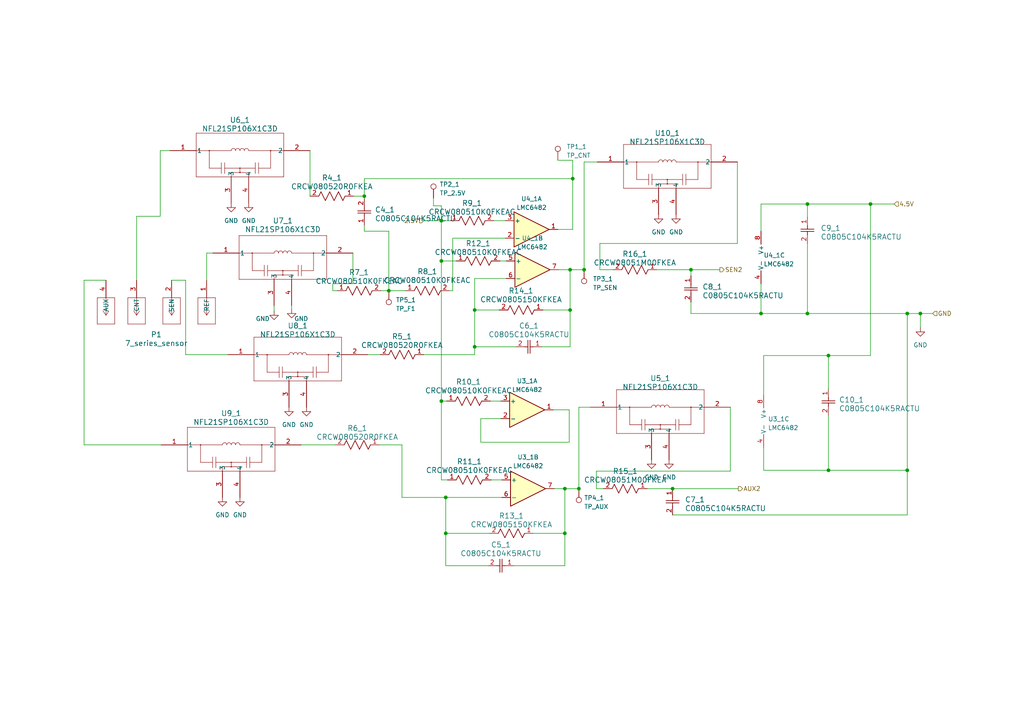
<source format=kicad_sch>
(kicad_sch (version 20230121) (generator eeschema)

  (uuid 7b7f402a-2648-48a2-aa1b-c1d71e680f0a)

  (paper "A4")

  (lib_symbols
    (symbol "2023-07-19_08-42-50:NFL21SP106X1C3D" (pin_names (offset 0.254)) (in_bom yes) (on_board yes)
      (property "Reference" "U" (at 20.32 10.16 0)
        (effects (font (size 1.524 1.524)))
      )
      (property "Value" "NFL21SP106X1C3D" (at 20.32 7.62 0)
        (effects (font (size 1.524 1.524)))
      )
      (property "Footprint" "GCAP_NFL21SP106X1C3D_MUR" (at 0 0 0)
        (effects (font (size 1.27 1.27) italic) hide)
      )
      (property "Datasheet" "NFL21SP106X1C3D" (at 0 0 0)
        (effects (font (size 1.27 1.27) italic) hide)
      )
      (property "ki_locked" "" (at 0 0 0)
        (effects (font (size 1.27 1.27)))
      )
      (property "ki_keywords" "NFL21SP106X1C3D" (at 0 0 0)
        (effects (font (size 1.27 1.27)) hide)
      )
      (property "ki_fp_filters" "GCAP_NFL21SP106X1C3D_MUR GCAP_NFL21SP106X1C3D_MUR-M GCAP_NFL21SP106X1C3D_MUR-L" (at 0 0 0)
        (effects (font (size 1.27 1.27)) hide)
      )
      (symbol "NFL21SP106X1C3D_0_1"
        (polyline
          (pts
            (xy 7.62 -7.62)
            (xy 33.02 -7.62)
          )
          (stroke (width 0.127) (type default))
          (fill (type none))
        )
        (polyline
          (pts
            (xy 7.62 0)
            (xy 17.78 0)
          )
          (stroke (width 0.127) (type default))
          (fill (type none))
        )
        (polyline
          (pts
            (xy 7.62 5.08)
            (xy 7.62 -7.62)
          )
          (stroke (width 0.127) (type default))
          (fill (type none))
        )
        (polyline
          (pts
            (xy 11.43 -5.08)
            (xy 14.9225 -5.08)
          )
          (stroke (width 0.127) (type default))
          (fill (type none))
        )
        (polyline
          (pts
            (xy 11.43 0)
            (xy 11.43 -5.08)
          )
          (stroke (width 0.127) (type default))
          (fill (type none))
        )
        (polyline
          (pts
            (xy 14.9225 -3.4925)
            (xy 14.9225 -6.6675)
          )
          (stroke (width 0.127) (type default))
          (fill (type none))
        )
        (polyline
          (pts
            (xy 15.875 -6.6675)
            (xy 15.875 -3.4925)
          )
          (stroke (width 0.127) (type default))
          (fill (type none))
        )
        (polyline
          (pts
            (xy 17.78 -6.35)
            (xy 17.78 -7.62)
          )
          (stroke (width 0.127) (type default))
          (fill (type none))
        )
        (polyline
          (pts
            (xy 17.78 -6.35)
            (xy 22.86 -6.35)
          )
          (stroke (width 0.127) (type default))
          (fill (type none))
        )
        (polyline
          (pts
            (xy 20.32 -6.35)
            (xy 20.32 -5.08)
          )
          (stroke (width 0.127) (type default))
          (fill (type none))
        )
        (polyline
          (pts
            (xy 22.86 -6.35)
            (xy 22.86 -7.62)
          )
          (stroke (width 0.127) (type default))
          (fill (type none))
        )
        (polyline
          (pts
            (xy 22.86 0)
            (xy 33.02 0)
          )
          (stroke (width 0.127) (type default))
          (fill (type none))
        )
        (polyline
          (pts
            (xy 24.765 -5.08)
            (xy 15.875 -5.08)
          )
          (stroke (width 0.127) (type default))
          (fill (type none))
        )
        (polyline
          (pts
            (xy 24.765 -3.4925)
            (xy 24.765 -6.6675)
          )
          (stroke (width 0.127) (type default))
          (fill (type none))
        )
        (polyline
          (pts
            (xy 25.7175 -5.08)
            (xy 29.21 -5.08)
          )
          (stroke (width 0.127) (type default))
          (fill (type none))
        )
        (polyline
          (pts
            (xy 25.7175 -3.4925)
            (xy 25.7175 -6.6675)
          )
          (stroke (width 0.127) (type default))
          (fill (type none))
        )
        (polyline
          (pts
            (xy 29.21 0)
            (xy 29.21 -5.08)
          )
          (stroke (width 0.127) (type default))
          (fill (type none))
        )
        (polyline
          (pts
            (xy 33.02 -7.62)
            (xy 33.02 5.08)
          )
          (stroke (width 0.127) (type default))
          (fill (type none))
        )
        (polyline
          (pts
            (xy 33.02 5.08)
            (xy 7.62 5.08)
          )
          (stroke (width 0.127) (type default))
          (fill (type none))
        )
        (circle (center 11.43 0) (radius 0.127)
          (stroke (width 0.127) (type default))
          (fill (type none))
        )
        (arc (start 19.05 0) (mid 18.415 0.6323) (end 17.78 0)
          (stroke (width 0.127) (type default))
          (fill (type none))
        )
        (circle (center 20.32 -6.35) (radius 0.127)
          (stroke (width 0.127) (type default))
          (fill (type none))
        )
        (circle (center 20.32 -5.08) (radius 0.127)
          (stroke (width 0.127) (type default))
          (fill (type none))
        )
        (arc (start 20.32 0) (mid 19.685 0.6323) (end 19.05 0)
          (stroke (width 0.127) (type default))
          (fill (type none))
        )
        (arc (start 21.59 0) (mid 20.955 0.6323) (end 20.32 0)
          (stroke (width 0.127) (type default))
          (fill (type none))
        )
        (arc (start 22.86 0) (mid 22.225 0.6323) (end 21.59 0)
          (stroke (width 0.127) (type default))
          (fill (type none))
        )
        (circle (center 29.21 0) (radius 0.127)
          (stroke (width 0.127) (type default))
          (fill (type none))
        )
        (pin unspecified line (at 0 0 0) (length 7.62)
          (name "1" (effects (font (size 1.27 1.27))))
          (number "1" (effects (font (size 1.27 1.27))))
        )
        (pin unspecified line (at 40.64 0 180) (length 7.62)
          (name "2" (effects (font (size 1.27 1.27))))
          (number "2" (effects (font (size 1.27 1.27))))
        )
        (pin unspecified line (at 17.78 -15.24 90) (length 7.62)
          (name "3" (effects (font (size 1.27 1.27))))
          (number "3" (effects (font (size 1.27 1.27))))
        )
        (pin unspecified line (at 22.86 -15.24 90) (length 7.62)
          (name "4" (effects (font (size 1.27 1.27))))
          (number "4" (effects (font (size 1.27 1.27))))
        )
      )
    )
    (symbol "7_series_sensor:7_series_sensor" (pin_names (offset 0.254)) (in_bom yes) (on_board yes)
      (property "Reference" "J" (at 8.89 6.35 0)
        (effects (font (size 1.524 1.524)))
      )
      (property "Value" "7_series_sensor" (at -2.54 6.35 0)
        (effects (font (size 1.524 1.524)))
      )
      (property "Footprint" "CONN_0331-0-15-15-18-14-10-0_MIM" (at 1.27 -5.08 0)
        (effects (font (size 1.27 1.27) italic) hide)
      )
      (property "Datasheet" "0331-0-15-15-18-14-10-0" (at 1.27 -2.54 0)
        (effects (font (size 1.27 1.27) italic) hide)
      )
      (property "ki_locked" "" (at 0 0 0)
        (effects (font (size 1.27 1.27)))
      )
      (property "ki_keywords" "0331-0-15-15-18-14-10-0" (at 0 0 0)
        (effects (font (size 1.27 1.27)) hide)
      )
      (property "ki_fp_filters" "CONN_0331-0-15-15-18-14-10-0_MIM" (at 0 0 0)
        (effects (font (size 1.27 1.27)) hide)
      )
      (symbol "7_series_sensor_1_1"
        (polyline
          (pts
            (xy -36.83 7.62)
            (xy -31.75 7.62)
          )
          (stroke (width 0.127) (type default))
          (fill (type none))
        )
        (polyline
          (pts
            (xy -36.83 15.24)
            (xy -36.83 7.62)
          )
          (stroke (width 0.127) (type default))
          (fill (type none))
        )
        (polyline
          (pts
            (xy -34.29 10.16)
            (xy -35.1367 11.43)
          )
          (stroke (width 0.127) (type default))
          (fill (type none))
        )
        (polyline
          (pts
            (xy -34.29 10.16)
            (xy -34.29 15.24)
          )
          (stroke (width 0.127) (type default))
          (fill (type none))
        )
        (polyline
          (pts
            (xy -34.29 10.16)
            (xy -33.4433 11.43)
          )
          (stroke (width 0.127) (type default))
          (fill (type none))
        )
        (polyline
          (pts
            (xy -31.75 7.62)
            (xy -31.75 15.24)
          )
          (stroke (width 0.127) (type default))
          (fill (type none))
        )
        (polyline
          (pts
            (xy -31.75 15.24)
            (xy -36.83 15.24)
          )
          (stroke (width 0.127) (type default))
          (fill (type none))
        )
        (polyline
          (pts
            (xy -27.94 7.62)
            (xy -22.86 7.62)
          )
          (stroke (width 0.127) (type default))
          (fill (type none))
        )
        (polyline
          (pts
            (xy -27.94 15.24)
            (xy -27.94 7.62)
          )
          (stroke (width 0.127) (type default))
          (fill (type none))
        )
        (polyline
          (pts
            (xy -25.4 10.16)
            (xy -26.2467 11.43)
          )
          (stroke (width 0.127) (type default))
          (fill (type none))
        )
        (polyline
          (pts
            (xy -25.4 10.16)
            (xy -25.4 15.24)
          )
          (stroke (width 0.127) (type default))
          (fill (type none))
        )
        (polyline
          (pts
            (xy -25.4 10.16)
            (xy -24.5533 11.43)
          )
          (stroke (width 0.127) (type default))
          (fill (type none))
        )
        (polyline
          (pts
            (xy -22.86 7.62)
            (xy -22.86 15.24)
          )
          (stroke (width 0.127) (type default))
          (fill (type none))
        )
        (polyline
          (pts
            (xy -22.86 15.24)
            (xy -27.94 15.24)
          )
          (stroke (width 0.127) (type default))
          (fill (type none))
        )
        (polyline
          (pts
            (xy -17.78 7.62)
            (xy -12.7 7.62)
          )
          (stroke (width 0.127) (type default))
          (fill (type none))
        )
        (polyline
          (pts
            (xy -17.78 15.24)
            (xy -17.78 7.62)
          )
          (stroke (width 0.127) (type default))
          (fill (type none))
        )
        (polyline
          (pts
            (xy -15.24 10.16)
            (xy -16.0867 11.43)
          )
          (stroke (width 0.127) (type default))
          (fill (type none))
        )
        (polyline
          (pts
            (xy -15.24 10.16)
            (xy -15.24 15.24)
          )
          (stroke (width 0.127) (type default))
          (fill (type none))
        )
        (polyline
          (pts
            (xy -15.24 10.16)
            (xy -14.3933 11.43)
          )
          (stroke (width 0.127) (type default))
          (fill (type none))
        )
        (polyline
          (pts
            (xy -12.7 7.62)
            (xy -12.7 15.24)
          )
          (stroke (width 0.127) (type default))
          (fill (type none))
        )
        (polyline
          (pts
            (xy -12.7 15.24)
            (xy -17.78 15.24)
          )
          (stroke (width 0.127) (type default))
          (fill (type none))
        )
        (polyline
          (pts
            (xy -7.62 7.62)
            (xy -2.54 7.62)
          )
          (stroke (width 0.127) (type default))
          (fill (type none))
        )
        (polyline
          (pts
            (xy -7.62 15.24)
            (xy -7.62 7.62)
          )
          (stroke (width 0.127) (type default))
          (fill (type none))
        )
        (polyline
          (pts
            (xy -5.08 10.16)
            (xy -5.9267 11.43)
          )
          (stroke (width 0.127) (type default))
          (fill (type none))
        )
        (polyline
          (pts
            (xy -5.08 10.16)
            (xy -5.08 15.24)
          )
          (stroke (width 0.127) (type default))
          (fill (type none))
        )
        (polyline
          (pts
            (xy -5.08 10.16)
            (xy -4.2333 11.43)
          )
          (stroke (width 0.127) (type default))
          (fill (type none))
        )
        (polyline
          (pts
            (xy -2.54 7.62)
            (xy -2.54 15.24)
          )
          (stroke (width 0.127) (type default))
          (fill (type none))
        )
        (polyline
          (pts
            (xy -2.54 15.24)
            (xy -7.62 15.24)
          )
          (stroke (width 0.127) (type default))
          (fill (type none))
        )
        (pin bidirectional line (at -5.08 20.32 270) (length 5.08)
          (name "REF" (effects (font (size 1.27 1.27))))
          (number "1" (effects (font (size 1.27 1.27))))
        )
        (pin bidirectional line (at -15.24 20.32 270) (length 5.08)
          (name "SEN" (effects (font (size 1.27 1.27))))
          (number "2" (effects (font (size 1.27 1.27))))
        )
        (pin bidirectional line (at -25.4 20.32 270) (length 5.08)
          (name "CNT" (effects (font (size 1.27 1.27))))
          (number "3" (effects (font (size 1.27 1.27))))
        )
        (pin bidirectional line (at -34.29 20.32 270) (length 5.08)
          (name "AUX" (effects (font (size 1.27 1.27))))
          (number "4" (effects (font (size 1.27 1.27))))
        )
      )
      (symbol "7_series_sensor_1_2"
        (polyline
          (pts
            (xy 5.08 -2.54)
            (xy 12.7 -2.54)
          )
          (stroke (width 0.127) (type default))
          (fill (type none))
        )
        (polyline
          (pts
            (xy 5.08 2.54)
            (xy 5.08 -2.54)
          )
          (stroke (width 0.127) (type default))
          (fill (type none))
        )
        (polyline
          (pts
            (xy 7.62 0)
            (xy 5.08 0)
          )
          (stroke (width 0.127) (type default))
          (fill (type none))
        )
        (polyline
          (pts
            (xy 7.62 0)
            (xy 8.89 -0.8467)
          )
          (stroke (width 0.127) (type default))
          (fill (type none))
        )
        (polyline
          (pts
            (xy 7.62 0)
            (xy 8.89 0.8467)
          )
          (stroke (width 0.127) (type default))
          (fill (type none))
        )
        (polyline
          (pts
            (xy 12.7 -2.54)
            (xy 12.7 2.54)
          )
          (stroke (width 0.127) (type default))
          (fill (type none))
        )
        (polyline
          (pts
            (xy 12.7 2.54)
            (xy 5.08 2.54)
          )
          (stroke (width 0.127) (type default))
          (fill (type none))
        )
        (pin unspecified line (at 0 0 0) (length 5.08)
          (name "1" (effects (font (size 1.27 1.27))))
          (number "1" (effects (font (size 1.27 1.27))))
        )
      )
    )
    (symbol "Amplifier_Operational:LMC6482" (pin_names (offset 0.127)) (in_bom yes) (on_board yes)
      (property "Reference" "U" (at 0 5.08 0)
        (effects (font (size 1.27 1.27)) (justify left))
      )
      (property "Value" "LMC6482" (at 0 -5.08 0)
        (effects (font (size 1.27 1.27)) (justify left))
      )
      (property "Footprint" "" (at 0 0 0)
        (effects (font (size 1.27 1.27)) hide)
      )
      (property "Datasheet" "http://www.ti.com/lit/ds/symlink/lmc6482.pdf" (at 0 0 0)
        (effects (font (size 1.27 1.27)) hide)
      )
      (property "ki_locked" "" (at 0 0 0)
        (effects (font (size 1.27 1.27)))
      )
      (property "ki_keywords" "dual opamp" (at 0 0 0)
        (effects (font (size 1.27 1.27)) hide)
      )
      (property "ki_description" "Dual CMOS Rail-to-Rail Input and Output Operational Amplifier, DIP-8/SOIC-8, SSOP-8" (at 0 0 0)
        (effects (font (size 1.27 1.27)) hide)
      )
      (property "ki_fp_filters" "SOIC*3.9x4.9mm*P1.27mm* DIP*W7.62mm* TO*99* OnSemi*Micro8* TSSOP*3x3mm*P0.65mm* TSSOP*4.4x3mm*P0.65mm* MSOP*3x3mm*P0.65mm* SSOP*3.9x4.9mm*P0.635mm* LFCSP*2x2mm*P0.5mm* *SIP* SOIC*5.3x6.2mm*P1.27mm*" (at 0 0 0)
        (effects (font (size 1.27 1.27)) hide)
      )
      (symbol "LMC6482_1_1"
        (polyline
          (pts
            (xy -5.08 5.08)
            (xy 5.08 0)
            (xy -5.08 -5.08)
            (xy -5.08 5.08)
          )
          (stroke (width 0.254) (type default))
          (fill (type background))
        )
        (pin output line (at 7.62 0 180) (length 2.54)
          (name "~" (effects (font (size 1.27 1.27))))
          (number "1" (effects (font (size 1.27 1.27))))
        )
        (pin input line (at -7.62 -2.54 0) (length 2.54)
          (name "-" (effects (font (size 1.27 1.27))))
          (number "2" (effects (font (size 1.27 1.27))))
        )
        (pin input line (at -7.62 2.54 0) (length 2.54)
          (name "+" (effects (font (size 1.27 1.27))))
          (number "3" (effects (font (size 1.27 1.27))))
        )
      )
      (symbol "LMC6482_2_1"
        (polyline
          (pts
            (xy -5.08 5.08)
            (xy 5.08 0)
            (xy -5.08 -5.08)
            (xy -5.08 5.08)
          )
          (stroke (width 0.254) (type default))
          (fill (type background))
        )
        (pin input line (at -7.62 2.54 0) (length 2.54)
          (name "+" (effects (font (size 1.27 1.27))))
          (number "5" (effects (font (size 1.27 1.27))))
        )
        (pin input line (at -7.62 -2.54 0) (length 2.54)
          (name "-" (effects (font (size 1.27 1.27))))
          (number "6" (effects (font (size 1.27 1.27))))
        )
        (pin output line (at 7.62 0 180) (length 2.54)
          (name "~" (effects (font (size 1.27 1.27))))
          (number "7" (effects (font (size 1.27 1.27))))
        )
      )
      (symbol "LMC6482_3_1"
        (pin power_in line (at -2.54 -7.62 90) (length 3.81)
          (name "V-" (effects (font (size 1.27 1.27))))
          (number "4" (effects (font (size 1.27 1.27))))
        )
        (pin power_in line (at -2.54 7.62 270) (length 3.81)
          (name "V+" (effects (font (size 1.27 1.27))))
          (number "8" (effects (font (size 1.27 1.27))))
        )
      )
    )
    (symbol "Connector:TestPoint" (pin_numbers hide) (pin_names (offset 0.762) hide) (in_bom yes) (on_board yes)
      (property "Reference" "TP" (at 0 6.858 0)
        (effects (font (size 1.27 1.27)))
      )
      (property "Value" "TestPoint" (at 0 5.08 0)
        (effects (font (size 1.27 1.27)))
      )
      (property "Footprint" "" (at 5.08 0 0)
        (effects (font (size 1.27 1.27)) hide)
      )
      (property "Datasheet" "~" (at 5.08 0 0)
        (effects (font (size 1.27 1.27)) hide)
      )
      (property "ki_keywords" "test point tp" (at 0 0 0)
        (effects (font (size 1.27 1.27)) hide)
      )
      (property "ki_description" "test point" (at 0 0 0)
        (effects (font (size 1.27 1.27)) hide)
      )
      (property "ki_fp_filters" "Pin* Test*" (at 0 0 0)
        (effects (font (size 1.27 1.27)) hide)
      )
      (symbol "TestPoint_0_1"
        (circle (center 0 3.302) (radius 0.762)
          (stroke (width 0) (type default))
          (fill (type none))
        )
      )
      (symbol "TestPoint_1_1"
        (pin passive line (at 0 0 90) (length 2.54)
          (name "1" (effects (font (size 1.27 1.27))))
          (number "1" (effects (font (size 1.27 1.27))))
        )
      )
    )
    (symbol "Vishay_10k:CRCW080510K0FKEAC" (pin_names (offset 0.254)) (in_bom yes) (on_board yes)
      (property "Reference" "R" (at 5.715 3.81 0)
        (effects (font (size 1.524 1.524)))
      )
      (property "Value" "CRCW080510K0FKEAC" (at 6.35 -3.81 0)
        (effects (font (size 1.524 1.524)))
      )
      (property "Footprint" "RES_CRCW_0805_VIS" (at 0 0 0)
        (effects (font (size 1.27 1.27) italic) hide)
      )
      (property "Datasheet" "CRCW080510K0FKEAC" (at 0 0 0)
        (effects (font (size 1.27 1.27) italic) hide)
      )
      (property "ki_locked" "" (at 0 0 0)
        (effects (font (size 1.27 1.27)))
      )
      (property "ki_keywords" "CRCW080510K0FKEAC" (at 0 0 0)
        (effects (font (size 1.27 1.27)) hide)
      )
      (property "ki_fp_filters" "RES_CRCW_0805_VIS RES_CRCW_0805_VIS-M RES_CRCW_0805_VIS-L" (at 0 0 0)
        (effects (font (size 1.27 1.27)) hide)
      )
      (symbol "CRCW080510K0FKEAC_1_1"
        (polyline
          (pts
            (xy 2.54 0)
            (xy 3.175 1.27)
          )
          (stroke (width 0.2032) (type default))
          (fill (type none))
        )
        (polyline
          (pts
            (xy 3.175 1.27)
            (xy 4.445 -1.27)
          )
          (stroke (width 0.2032) (type default))
          (fill (type none))
        )
        (polyline
          (pts
            (xy 4.445 -1.27)
            (xy 5.715 1.27)
          )
          (stroke (width 0.2032) (type default))
          (fill (type none))
        )
        (polyline
          (pts
            (xy 5.715 1.27)
            (xy 6.985 -1.27)
          )
          (stroke (width 0.2032) (type default))
          (fill (type none))
        )
        (polyline
          (pts
            (xy 6.985 -1.27)
            (xy 8.255 1.27)
          )
          (stroke (width 0.2032) (type default))
          (fill (type none))
        )
        (polyline
          (pts
            (xy 8.255 1.27)
            (xy 9.525 -1.27)
          )
          (stroke (width 0.2032) (type default))
          (fill (type none))
        )
        (polyline
          (pts
            (xy 9.525 -1.27)
            (xy 10.16 0)
          )
          (stroke (width 0.2032) (type default))
          (fill (type none))
        )
        (pin unspecified line (at 0 0 0) (length 2.54)
          (name "" (effects (font (size 1.27 1.27))))
          (number "1" (effects (font (size 1.27 1.27))))
        )
        (pin unspecified line (at 12.7 0 180) (length 2.54)
          (name "" (effects (font (size 1.27 1.27))))
          (number "2" (effects (font (size 1.27 1.27))))
        )
      )
      (symbol "CRCW080510K0FKEAC_1_2"
        (polyline
          (pts
            (xy -1.27 3.175)
            (xy 1.27 4.445)
          )
          (stroke (width 0.2032) (type default))
          (fill (type none))
        )
        (polyline
          (pts
            (xy -1.27 5.715)
            (xy 1.27 6.985)
          )
          (stroke (width 0.2032) (type default))
          (fill (type none))
        )
        (polyline
          (pts
            (xy -1.27 8.255)
            (xy 1.27 9.525)
          )
          (stroke (width 0.2032) (type default))
          (fill (type none))
        )
        (polyline
          (pts
            (xy 0 2.54)
            (xy -1.27 3.175)
          )
          (stroke (width 0.2032) (type default))
          (fill (type none))
        )
        (polyline
          (pts
            (xy 1.27 4.445)
            (xy -1.27 5.715)
          )
          (stroke (width 0.2032) (type default))
          (fill (type none))
        )
        (polyline
          (pts
            (xy 1.27 6.985)
            (xy -1.27 8.255)
          )
          (stroke (width 0.2032) (type default))
          (fill (type none))
        )
        (polyline
          (pts
            (xy 1.27 9.525)
            (xy 0 10.16)
          )
          (stroke (width 0.2032) (type default))
          (fill (type none))
        )
        (pin unspecified line (at 0 12.7 270) (length 2.54)
          (name "" (effects (font (size 1.27 1.27))))
          (number "1" (effects (font (size 1.27 1.27))))
        )
        (pin unspecified line (at 0 0 90) (length 2.54)
          (name "" (effects (font (size 1.27 1.27))))
          (number "2" (effects (font (size 1.27 1.27))))
        )
      )
    )
    (symbol "Vishay_150k:CRCW0805150KFKEA" (pin_names (offset 0.254)) (in_bom yes) (on_board yes)
      (property "Reference" "R" (at 5.715 3.81 0)
        (effects (font (size 1.524 1.524)))
      )
      (property "Value" "CRCW0805150KFKEA" (at 6.35 -3.81 0)
        (effects (font (size 1.524 1.524)))
      )
      (property "Footprint" "RC0805N_VIS" (at 0 0 0)
        (effects (font (size 1.27 1.27) italic) hide)
      )
      (property "Datasheet" "CRCW0805150KFKEA" (at 0 0 0)
        (effects (font (size 1.27 1.27) italic) hide)
      )
      (property "ki_locked" "" (at 0 0 0)
        (effects (font (size 1.27 1.27)))
      )
      (property "ki_keywords" "CRCW0805150KFKEA" (at 0 0 0)
        (effects (font (size 1.27 1.27)) hide)
      )
      (property "ki_fp_filters" "RC0805N_VIS RC0805N_VIS-M RC0805N_VIS-L" (at 0 0 0)
        (effects (font (size 1.27 1.27)) hide)
      )
      (symbol "CRCW0805150KFKEA_1_1"
        (polyline
          (pts
            (xy 2.54 0)
            (xy 3.175 1.27)
          )
          (stroke (width 0.2032) (type default))
          (fill (type none))
        )
        (polyline
          (pts
            (xy 3.175 1.27)
            (xy 4.445 -1.27)
          )
          (stroke (width 0.2032) (type default))
          (fill (type none))
        )
        (polyline
          (pts
            (xy 4.445 -1.27)
            (xy 5.715 1.27)
          )
          (stroke (width 0.2032) (type default))
          (fill (type none))
        )
        (polyline
          (pts
            (xy 5.715 1.27)
            (xy 6.985 -1.27)
          )
          (stroke (width 0.2032) (type default))
          (fill (type none))
        )
        (polyline
          (pts
            (xy 6.985 -1.27)
            (xy 8.255 1.27)
          )
          (stroke (width 0.2032) (type default))
          (fill (type none))
        )
        (polyline
          (pts
            (xy 8.255 1.27)
            (xy 9.525 -1.27)
          )
          (stroke (width 0.2032) (type default))
          (fill (type none))
        )
        (polyline
          (pts
            (xy 9.525 -1.27)
            (xy 10.16 0)
          )
          (stroke (width 0.2032) (type default))
          (fill (type none))
        )
        (pin unspecified line (at 12.7 0 180) (length 2.54)
          (name "" (effects (font (size 1.27 1.27))))
          (number "1" (effects (font (size 1.27 1.27))))
        )
        (pin unspecified line (at 0 0 0) (length 2.54)
          (name "" (effects (font (size 1.27 1.27))))
          (number "2" (effects (font (size 1.27 1.27))))
        )
      )
      (symbol "CRCW0805150KFKEA_1_2"
        (polyline
          (pts
            (xy -1.27 3.175)
            (xy 1.27 4.445)
          )
          (stroke (width 0.2032) (type default))
          (fill (type none))
        )
        (polyline
          (pts
            (xy -1.27 5.715)
            (xy 1.27 6.985)
          )
          (stroke (width 0.2032) (type default))
          (fill (type none))
        )
        (polyline
          (pts
            (xy -1.27 8.255)
            (xy 1.27 9.525)
          )
          (stroke (width 0.2032) (type default))
          (fill (type none))
        )
        (polyline
          (pts
            (xy 0 2.54)
            (xy -1.27 3.175)
          )
          (stroke (width 0.2032) (type default))
          (fill (type none))
        )
        (polyline
          (pts
            (xy 1.27 4.445)
            (xy -1.27 5.715)
          )
          (stroke (width 0.2032) (type default))
          (fill (type none))
        )
        (polyline
          (pts
            (xy 1.27 6.985)
            (xy -1.27 8.255)
          )
          (stroke (width 0.2032) (type default))
          (fill (type none))
        )
        (polyline
          (pts
            (xy 1.27 9.525)
            (xy 0 10.16)
          )
          (stroke (width 0.2032) (type default))
          (fill (type none))
        )
        (pin unspecified line (at 0 12.7 270) (length 2.54)
          (name "" (effects (font (size 1.27 1.27))))
          (number "1" (effects (font (size 1.27 1.27))))
        )
        (pin unspecified line (at 0 0 90) (length 2.54)
          (name "" (effects (font (size 1.27 1.27))))
          (number "2" (effects (font (size 1.27 1.27))))
        )
      )
    )
    (symbol "Vishay_1M:CRCW08051M00FKEA" (pin_names (offset 0.254)) (in_bom yes) (on_board yes)
      (property "Reference" "R" (at 5.715 3.81 0)
        (effects (font (size 1.524 1.524)))
      )
      (property "Value" "CRCW08051M00FKEA" (at 6.35 -3.81 0)
        (effects (font (size 1.524 1.524)))
      )
      (property "Footprint" "RES_CRCW_0805" (at 0 0 0)
        (effects (font (size 1.27 1.27) italic) hide)
      )
      (property "Datasheet" "CRCW08051M00FKEA" (at 0 0 0)
        (effects (font (size 1.27 1.27) italic) hide)
      )
      (property "ki_locked" "" (at 0 0 0)
        (effects (font (size 1.27 1.27)))
      )
      (property "ki_keywords" "CRCW08051M00FKEA" (at 0 0 0)
        (effects (font (size 1.27 1.27)) hide)
      )
      (property "ki_fp_filters" "RES_CRCW_0805 RES_CRCW_0805-M RES_CRCW_0805-L" (at 0 0 0)
        (effects (font (size 1.27 1.27)) hide)
      )
      (symbol "CRCW08051M00FKEA_1_1"
        (polyline
          (pts
            (xy 2.54 0)
            (xy 3.175 1.27)
          )
          (stroke (width 0.2032) (type default))
          (fill (type none))
        )
        (polyline
          (pts
            (xy 3.175 1.27)
            (xy 4.445 -1.27)
          )
          (stroke (width 0.2032) (type default))
          (fill (type none))
        )
        (polyline
          (pts
            (xy 4.445 -1.27)
            (xy 5.715 1.27)
          )
          (stroke (width 0.2032) (type default))
          (fill (type none))
        )
        (polyline
          (pts
            (xy 5.715 1.27)
            (xy 6.985 -1.27)
          )
          (stroke (width 0.2032) (type default))
          (fill (type none))
        )
        (polyline
          (pts
            (xy 6.985 -1.27)
            (xy 8.255 1.27)
          )
          (stroke (width 0.2032) (type default))
          (fill (type none))
        )
        (polyline
          (pts
            (xy 8.255 1.27)
            (xy 9.525 -1.27)
          )
          (stroke (width 0.2032) (type default))
          (fill (type none))
        )
        (polyline
          (pts
            (xy 9.525 -1.27)
            (xy 10.16 0)
          )
          (stroke (width 0.2032) (type default))
          (fill (type none))
        )
        (pin unspecified line (at 12.7 0 180) (length 2.54)
          (name "" (effects (font (size 1.27 1.27))))
          (number "1" (effects (font (size 1.27 1.27))))
        )
        (pin unspecified line (at 0 0 0) (length 2.54)
          (name "" (effects (font (size 1.27 1.27))))
          (number "2" (effects (font (size 1.27 1.27))))
        )
      )
      (symbol "CRCW08051M00FKEA_1_2"
        (polyline
          (pts
            (xy -1.27 3.175)
            (xy 1.27 4.445)
          )
          (stroke (width 0.2032) (type default))
          (fill (type none))
        )
        (polyline
          (pts
            (xy -1.27 5.715)
            (xy 1.27 6.985)
          )
          (stroke (width 0.2032) (type default))
          (fill (type none))
        )
        (polyline
          (pts
            (xy -1.27 8.255)
            (xy 1.27 9.525)
          )
          (stroke (width 0.2032) (type default))
          (fill (type none))
        )
        (polyline
          (pts
            (xy 0 2.54)
            (xy -1.27 3.175)
          )
          (stroke (width 0.2032) (type default))
          (fill (type none))
        )
        (polyline
          (pts
            (xy 1.27 4.445)
            (xy -1.27 5.715)
          )
          (stroke (width 0.2032) (type default))
          (fill (type none))
        )
        (polyline
          (pts
            (xy 1.27 6.985)
            (xy -1.27 8.255)
          )
          (stroke (width 0.2032) (type default))
          (fill (type none))
        )
        (polyline
          (pts
            (xy 1.27 9.525)
            (xy 0 10.16)
          )
          (stroke (width 0.2032) (type default))
          (fill (type none))
        )
        (pin unspecified line (at 0 12.7 270) (length 2.54)
          (name "" (effects (font (size 1.27 1.27))))
          (number "1" (effects (font (size 1.27 1.27))))
        )
        (pin unspecified line (at 0 0 90) (length 2.54)
          (name "" (effects (font (size 1.27 1.27))))
          (number "2" (effects (font (size 1.27 1.27))))
        )
      )
    )
    (symbol "Vishay_20R:CRCW080520R0FKEA" (pin_names (offset 0.254)) (in_bom yes) (on_board yes)
      (property "Reference" "R" (at 5.715 3.81 0)
        (effects (font (size 1.524 1.524)))
      )
      (property "Value" "CRCW080520R0FKEA" (at 6.35 -3.81 0)
        (effects (font (size 1.524 1.524)))
      )
      (property "Footprint" "RC0805N_VIS" (at 0 0 0)
        (effects (font (size 1.27 1.27) italic) hide)
      )
      (property "Datasheet" "CRCW080520R0FKEA" (at 0 0 0)
        (effects (font (size 1.27 1.27) italic) hide)
      )
      (property "ki_locked" "" (at 0 0 0)
        (effects (font (size 1.27 1.27)))
      )
      (property "ki_keywords" "CRCW080520R0FKEA" (at 0 0 0)
        (effects (font (size 1.27 1.27)) hide)
      )
      (property "ki_fp_filters" "RC0805N_VIS RC0805N_VIS-M RC0805N_VIS-L" (at 0 0 0)
        (effects (font (size 1.27 1.27)) hide)
      )
      (symbol "CRCW080520R0FKEA_1_1"
        (polyline
          (pts
            (xy 2.54 0)
            (xy 3.175 1.27)
          )
          (stroke (width 0.2032) (type default))
          (fill (type none))
        )
        (polyline
          (pts
            (xy 3.175 1.27)
            (xy 4.445 -1.27)
          )
          (stroke (width 0.2032) (type default))
          (fill (type none))
        )
        (polyline
          (pts
            (xy 4.445 -1.27)
            (xy 5.715 1.27)
          )
          (stroke (width 0.2032) (type default))
          (fill (type none))
        )
        (polyline
          (pts
            (xy 5.715 1.27)
            (xy 6.985 -1.27)
          )
          (stroke (width 0.2032) (type default))
          (fill (type none))
        )
        (polyline
          (pts
            (xy 6.985 -1.27)
            (xy 8.255 1.27)
          )
          (stroke (width 0.2032) (type default))
          (fill (type none))
        )
        (polyline
          (pts
            (xy 8.255 1.27)
            (xy 9.525 -1.27)
          )
          (stroke (width 0.2032) (type default))
          (fill (type none))
        )
        (polyline
          (pts
            (xy 9.525 -1.27)
            (xy 10.16 0)
          )
          (stroke (width 0.2032) (type default))
          (fill (type none))
        )
        (pin unspecified line (at 12.7 0 180) (length 2.54)
          (name "" (effects (font (size 1.27 1.27))))
          (number "1" (effects (font (size 1.27 1.27))))
        )
        (pin unspecified line (at 0 0 0) (length 2.54)
          (name "" (effects (font (size 1.27 1.27))))
          (number "2" (effects (font (size 1.27 1.27))))
        )
      )
      (symbol "CRCW080520R0FKEA_1_2"
        (polyline
          (pts
            (xy -1.27 3.175)
            (xy 1.27 4.445)
          )
          (stroke (width 0.2032) (type default))
          (fill (type none))
        )
        (polyline
          (pts
            (xy -1.27 5.715)
            (xy 1.27 6.985)
          )
          (stroke (width 0.2032) (type default))
          (fill (type none))
        )
        (polyline
          (pts
            (xy -1.27 8.255)
            (xy 1.27 9.525)
          )
          (stroke (width 0.2032) (type default))
          (fill (type none))
        )
        (polyline
          (pts
            (xy 0 2.54)
            (xy -1.27 3.175)
          )
          (stroke (width 0.2032) (type default))
          (fill (type none))
        )
        (polyline
          (pts
            (xy 1.27 4.445)
            (xy -1.27 5.715)
          )
          (stroke (width 0.2032) (type default))
          (fill (type none))
        )
        (polyline
          (pts
            (xy 1.27 6.985)
            (xy -1.27 8.255)
          )
          (stroke (width 0.2032) (type default))
          (fill (type none))
        )
        (polyline
          (pts
            (xy 1.27 9.525)
            (xy 0 10.16)
          )
          (stroke (width 0.2032) (type default))
          (fill (type none))
        )
        (pin unspecified line (at 0 12.7 270) (length 2.54)
          (name "" (effects (font (size 1.27 1.27))))
          (number "1" (effects (font (size 1.27 1.27))))
        )
        (pin unspecified line (at 0 0 90) (length 2.54)
          (name "" (effects (font (size 1.27 1.27))))
          (number "2" (effects (font (size 1.27 1.27))))
        )
      )
    )
    (symbol "kemet_0.1uf:C0805C104K5RACTU" (pin_names (offset 0.254)) (in_bom yes) (on_board yes)
      (property "Reference" "C" (at 3.81 3.81 0)
        (effects (font (size 1.524 1.524)))
      )
      (property "Value" "C0805C104K5RACTU" (at 3.81 -3.81 0)
        (effects (font (size 1.524 1.524)))
      )
      (property "Footprint" "CAPC220145_88N_KEM" (at 0 0 0)
        (effects (font (size 1.27 1.27) italic) hide)
      )
      (property "Datasheet" "C0805C104K5RACTU" (at 0 0 0)
        (effects (font (size 1.27 1.27) italic) hide)
      )
      (property "ki_locked" "" (at 0 0 0)
        (effects (font (size 1.27 1.27)))
      )
      (property "ki_keywords" "C0805C104K5RACTU" (at 0 0 0)
        (effects (font (size 1.27 1.27)) hide)
      )
      (property "ki_fp_filters" "CAPC220145_88N_KEM CAPC220145_88N_KEM-M CAPC220145_88N_KEM-L" (at 0 0 0)
        (effects (font (size 1.27 1.27)) hide)
      )
      (symbol "C0805C104K5RACTU_1_1"
        (polyline
          (pts
            (xy 2.54 0)
            (xy 3.4798 0)
          )
          (stroke (width 0.2032) (type default))
          (fill (type none))
        )
        (polyline
          (pts
            (xy 3.4798 -1.905)
            (xy 3.4798 1.905)
          )
          (stroke (width 0.2032) (type default))
          (fill (type none))
        )
        (polyline
          (pts
            (xy 4.1148 -1.905)
            (xy 4.1148 1.905)
          )
          (stroke (width 0.2032) (type default))
          (fill (type none))
        )
        (polyline
          (pts
            (xy 4.1148 0)
            (xy 5.08 0)
          )
          (stroke (width 0.2032) (type default))
          (fill (type none))
        )
        (pin unspecified line (at 0 0 0) (length 2.54)
          (name "" (effects (font (size 1.27 1.27))))
          (number "1" (effects (font (size 1.27 1.27))))
        )
        (pin unspecified line (at 7.62 0 180) (length 2.54)
          (name "" (effects (font (size 1.27 1.27))))
          (number "2" (effects (font (size 1.27 1.27))))
        )
      )
      (symbol "C0805C104K5RACTU_1_2"
        (polyline
          (pts
            (xy -1.905 -4.1148)
            (xy 1.905 -4.1148)
          )
          (stroke (width 0.2032) (type default))
          (fill (type none))
        )
        (polyline
          (pts
            (xy -1.905 -3.4798)
            (xy 1.905 -3.4798)
          )
          (stroke (width 0.2032) (type default))
          (fill (type none))
        )
        (polyline
          (pts
            (xy 0 -4.1148)
            (xy 0 -5.08)
          )
          (stroke (width 0.2032) (type default))
          (fill (type none))
        )
        (polyline
          (pts
            (xy 0 -2.54)
            (xy 0 -3.4798)
          )
          (stroke (width 0.2032) (type default))
          (fill (type none))
        )
        (pin unspecified line (at 0 0 270) (length 2.54)
          (name "" (effects (font (size 1.27 1.27))))
          (number "1" (effects (font (size 1.27 1.27))))
        )
        (pin unspecified line (at 0 -7.62 90) (length 2.54)
          (name "" (effects (font (size 1.27 1.27))))
          (number "2" (effects (font (size 1.27 1.27))))
        )
      )
    )
    (symbol "power:GND" (power) (pin_names (offset 0)) (in_bom yes) (on_board yes)
      (property "Reference" "#PWR" (at 0 -6.35 0)
        (effects (font (size 1.27 1.27)) hide)
      )
      (property "Value" "GND" (at 0 -3.81 0)
        (effects (font (size 1.27 1.27)))
      )
      (property "Footprint" "" (at 0 0 0)
        (effects (font (size 1.27 1.27)) hide)
      )
      (property "Datasheet" "" (at 0 0 0)
        (effects (font (size 1.27 1.27)) hide)
      )
      (property "ki_keywords" "global power" (at 0 0 0)
        (effects (font (size 1.27 1.27)) hide)
      )
      (property "ki_description" "Power symbol creates a global label with name \"GND\" , ground" (at 0 0 0)
        (effects (font (size 1.27 1.27)) hide)
      )
      (symbol "GND_0_1"
        (polyline
          (pts
            (xy 0 0)
            (xy 0 -1.27)
            (xy 1.27 -1.27)
            (xy 0 -2.54)
            (xy -1.27 -1.27)
            (xy 0 -1.27)
          )
          (stroke (width 0) (type default))
          (fill (type none))
        )
      )
      (symbol "GND_1_1"
        (pin power_in line (at 0 0 270) (length 0) hide
          (name "GND" (effects (font (size 1.27 1.27))))
          (number "1" (effects (font (size 1.27 1.27))))
        )
      )
    )
  )

  (junction (at 252.476 59.182) (diameter 0) (color 0 0 0 0)
    (uuid 0a60c2a4-f545-403d-9bcd-f44656218724)
  )
  (junction (at 129.286 154.686) (diameter 0) (color 0 0 0 0)
    (uuid 1e549517-1dfe-4fb2-998e-5fc2ce69e603)
  )
  (junction (at 128.016 116.332) (diameter 0) (color 0 0 0 0)
    (uuid 23c37dae-c62c-48f6-8ba0-597b45404c44)
  )
  (junction (at 234.188 90.932) (diameter 0) (color 0 0 0 0)
    (uuid 25ca9d32-ddb6-4665-8787-cca9b33f21a3)
  )
  (junction (at 234.188 59.182) (diameter 0) (color 0 0 0 0)
    (uuid 267eab26-fa1f-4a36-926c-0f3c044e81c8)
  )
  (junction (at 112.776 84.328) (diameter 0) (color 0 0 0 0)
    (uuid 27522c31-d320-4b99-a832-83d42429d186)
  )
  (junction (at 200.406 78.232) (diameter 0) (color 0 0 0 0)
    (uuid 285de939-0f9b-4bca-bd59-f21764f6f971)
  )
  (junction (at 163.83 154.686) (diameter 0) (color 0 0 0 0)
    (uuid 2edb5071-fffb-440e-a529-187e29781b21)
  )
  (junction (at 220.726 90.932) (diameter 0) (color 0 0 0 0)
    (uuid 35c31b78-856b-421e-a6ff-18e8f7df3c65)
  )
  (junction (at 129.286 144.272) (diameter 0) (color 0 0 0 0)
    (uuid 3d72c7cb-b1c7-43af-b80c-6e5259e12c69)
  )
  (junction (at 128.016 75.692) (diameter 0) (color 0 0 0 0)
    (uuid 4359d7c9-fe40-49c9-9342-b1c376da192a)
  )
  (junction (at 137.668 89.916) (diameter 0) (color 0 0 0 0)
    (uuid 45c8d8a9-4879-4065-8338-3a44338390e1)
  )
  (junction (at 105.664 56.896) (diameter 0) (color 0 0 0 0)
    (uuid 57b9f2c9-6476-46b4-89fc-ac23a65d05d5)
  )
  (junction (at 137.668 100.584) (diameter 0) (color 0 0 0 0)
    (uuid 62ff2bbb-f7d8-4fa9-96fa-14499fe746ba)
  )
  (junction (at 165.354 78.232) (diameter 0) (color 0 0 0 0)
    (uuid 76376136-e35e-4ed7-b37d-d60a144e162a)
  )
  (junction (at 166.116 51.816) (diameter 0) (color 0 0 0 0)
    (uuid 81022c6e-ceee-47bd-ae41-ee510bb5315d)
  )
  (junction (at 263.144 90.932) (diameter 0) (color 0 0 0 0)
    (uuid 86c06671-45f5-4fb4-9b2e-90143fd00baa)
  )
  (junction (at 167.894 141.732) (diameter 0) (color 0 0 0 0)
    (uuid a913cf16-a13a-467f-a717-5e566aeb7d12)
  )
  (junction (at 128.016 64.008) (diameter 0) (color 0 0 0 0)
    (uuid abc51bfc-1d10-4b59-bff6-6d8383031d33)
  )
  (junction (at 163.83 141.732) (diameter 0) (color 0 0 0 0)
    (uuid d98c0cb5-e309-4ca9-bcf6-2efdcf3dac97)
  )
  (junction (at 240.284 103.124) (diameter 0) (color 0 0 0 0)
    (uuid da6ae48a-ccef-4322-b3a2-f7340d1f9a58)
  )
  (junction (at 195.072 141.732) (diameter 0) (color 0 0 0 0)
    (uuid dcfc71a4-91f0-4289-8717-94b033aeea96)
  )
  (junction (at 240.284 136.398) (diameter 0) (color 0 0 0 0)
    (uuid dee510f9-306b-482c-9d73-69efbfe9b0f9)
  )
  (junction (at 165.354 89.916) (diameter 0) (color 0 0 0 0)
    (uuid e4fa2743-2cbe-4c47-b9c1-ff8c86f6f91f)
  )
  (junction (at 266.954 90.932) (diameter 0) (color 0 0 0 0)
    (uuid e696e2a8-1576-45b1-a187-32059dcc6b49)
  )
  (junction (at 169.418 78.232) (diameter 0) (color 0 0 0 0)
    (uuid f55578f2-a759-43b6-b648-c38e223c46e4)
  )
  (junction (at 263.144 136.398) (diameter 0) (color 0 0 0 0)
    (uuid ff7105c8-8a80-46b6-91ba-5f462c1a68d5)
  )

  (wire (pts (xy 87.376 129.032) (xy 97.282 129.032))
    (stroke (width 0) (type default))
    (uuid 00df96b8-766b-4dff-90a8-4d5803fa7fbd)
  )
  (wire (pts (xy 169.418 46.99) (xy 169.418 78.232))
    (stroke (width 0) (type default))
    (uuid 027105ba-cd28-40c4-a2b4-4e0932ff00b7)
  )
  (wire (pts (xy 137.668 89.916) (xy 137.668 100.584))
    (stroke (width 0) (type default))
    (uuid 04df5147-0858-445e-818a-fa3c216cfc8a)
  )
  (wire (pts (xy 234.188 59.182) (xy 220.726 59.182))
    (stroke (width 0) (type default))
    (uuid 065f635a-b8b0-4228-a3a4-7883a8ae8927)
  )
  (wire (pts (xy 102.362 82.296) (xy 96.52 82.296))
    (stroke (width 0) (type default))
    (uuid 08b551c8-25d9-40b8-843a-a50226a9a0a2)
  )
  (wire (pts (xy 128.016 75.692) (xy 128.016 116.332))
    (stroke (width 0) (type default))
    (uuid 0b6c7726-fdf7-4b4a-85d7-f3c2ab73c6af)
  )
  (wire (pts (xy 234.188 59.182) (xy 234.188 62.992))
    (stroke (width 0) (type default))
    (uuid 0b7a821a-c5ed-47d4-beb2-d3f3df159dd5)
  )
  (wire (pts (xy 200.406 90.932) (xy 220.726 90.932))
    (stroke (width 0) (type default))
    (uuid 0ce2e042-949d-4106-a2f3-3e8e4e928291)
  )
  (wire (pts (xy 128.016 59.69) (xy 128.016 64.008))
    (stroke (width 0) (type default))
    (uuid 0ef74fd8-6dfb-4cc3-9b2b-91872f1f5008)
  )
  (wire (pts (xy 129.286 154.686) (xy 129.286 164.084))
    (stroke (width 0) (type default))
    (uuid 0f7cdf83-7d8e-419b-a0a1-e24c650cc789)
  )
  (wire (pts (xy 263.144 149.352) (xy 263.144 136.398))
    (stroke (width 0) (type default))
    (uuid 1440a76b-0e8c-47dd-9c24-609f784212e9)
  )
  (wire (pts (xy 190.5 78.232) (xy 200.406 78.232))
    (stroke (width 0) (type default))
    (uuid 14dd6dcb-4e1f-4d84-ab73-e2377d229b07)
  )
  (wire (pts (xy 24.384 129.032) (xy 46.736 129.032))
    (stroke (width 0) (type default))
    (uuid 17a22d28-b042-4cf8-9989-3a1efc03f9b3)
  )
  (wire (pts (xy 105.664 65.278) (xy 105.664 67.056))
    (stroke (width 0) (type default))
    (uuid 1849c9c9-050b-402f-a8f8-06cecc95968c)
  )
  (wire (pts (xy 157.48 89.916) (xy 165.354 89.916))
    (stroke (width 0) (type default))
    (uuid 18d5c8f5-3438-464c-b834-0e13e2eb605f)
  )
  (wire (pts (xy 129.286 144.272) (xy 145.542 144.272))
    (stroke (width 0) (type default))
    (uuid 1c27189e-6e69-49d6-b0fa-3b1f70471bfb)
  )
  (wire (pts (xy 59.944 73.406) (xy 61.722 73.406))
    (stroke (width 0) (type default))
    (uuid 1cd5ea62-da0a-4f12-ad59-aa021d9182da)
  )
  (wire (pts (xy 240.284 112.776) (xy 240.284 103.124))
    (stroke (width 0) (type default))
    (uuid 2351a6db-e1ad-4213-834d-dafa150f0c71)
  )
  (wire (pts (xy 79.502 88.646) (xy 79.502 90.17))
    (stroke (width 0) (type default))
    (uuid 2dd990f5-1fe1-4bbf-b471-f54feaf6f3b5)
  )
  (wire (pts (xy 141.478 164.084) (xy 129.286 164.084))
    (stroke (width 0) (type default))
    (uuid 2e21f2f1-07b0-4e8e-a958-8a4836b1fb25)
  )
  (wire (pts (xy 163.83 141.732) (xy 167.894 141.732))
    (stroke (width 0) (type default))
    (uuid 325160d6-e318-4688-bb34-9145e81a3a15)
  )
  (wire (pts (xy 129.54 116.332) (xy 128.016 116.332))
    (stroke (width 0) (type default))
    (uuid 34ef3fc2-4cfd-4897-a3f0-248c9081151a)
  )
  (wire (pts (xy 137.668 80.772) (xy 146.812 80.772))
    (stroke (width 0) (type default))
    (uuid 3a8553b2-d62e-40ba-aa75-6509ed08f939)
  )
  (wire (pts (xy 128.016 64.008) (xy 128.016 75.692))
    (stroke (width 0) (type default))
    (uuid 3be05e8c-893a-436f-85c6-7cf7a611dfa1)
  )
  (wire (pts (xy 252.476 59.182) (xy 252.476 103.124))
    (stroke (width 0) (type default))
    (uuid 3dae2206-febf-4e7b-85f4-f3f4526f0953)
  )
  (wire (pts (xy 221.488 114.554) (xy 221.488 103.124))
    (stroke (width 0) (type default))
    (uuid 3eb54da7-f360-41bf-aae6-0db41d71c223)
  )
  (wire (pts (xy 171.196 118.11) (xy 167.894 118.11))
    (stroke (width 0) (type default))
    (uuid 3fe1838d-9b7f-4773-9b24-c1e1fefbb5b4)
  )
  (wire (pts (xy 172.974 141.732) (xy 175.006 141.732))
    (stroke (width 0) (type default))
    (uuid 4389867b-1ed5-4343-8ef5-78050c72d56e)
  )
  (wire (pts (xy 39.624 81.28) (xy 39.624 62.738))
    (stroke (width 0) (type default))
    (uuid 45d38802-dcf4-4ced-a573-b7c575213e3f)
  )
  (wire (pts (xy 263.144 136.398) (xy 263.144 90.932))
    (stroke (width 0) (type default))
    (uuid 469871a2-a60e-4d65-90fc-da98163c8f5a)
  )
  (wire (pts (xy 166.116 66.548) (xy 166.116 51.816))
    (stroke (width 0) (type default))
    (uuid 471e79aa-b462-4f0b-86e6-8c78654bec93)
  )
  (wire (pts (xy 116.586 129.032) (xy 116.586 144.272))
    (stroke (width 0) (type default))
    (uuid 47acfffa-1b93-477f-a3ef-ab3fd2cecabb)
  )
  (wire (pts (xy 252.476 59.182) (xy 234.188 59.182))
    (stroke (width 0) (type default))
    (uuid 47c37fec-900c-4d34-af18-5d3f935b7cd4)
  )
  (wire (pts (xy 167.894 118.11) (xy 167.894 141.732))
    (stroke (width 0) (type default))
    (uuid 4a392219-00b6-479f-8c25-ff3d3e70d266)
  )
  (wire (pts (xy 220.726 90.932) (xy 234.188 90.932))
    (stroke (width 0) (type default))
    (uuid 4c5d580d-8bc8-4cc6-ba59-2ba26250e5fa)
  )
  (wire (pts (xy 109.982 129.032) (xy 116.586 129.032))
    (stroke (width 0) (type default))
    (uuid 4d8a9a7f-f2cb-4a4f-8f8d-8cd7c72d7094)
  )
  (wire (pts (xy 221.488 136.398) (xy 240.284 136.398))
    (stroke (width 0) (type default))
    (uuid 4eadf97b-68cd-486f-aba7-cedbe16c93c9)
  )
  (wire (pts (xy 172.974 136.652) (xy 172.974 141.732))
    (stroke (width 0) (type default))
    (uuid 527491fa-f124-46e3-9c7f-ce98a0a6ea25)
  )
  (wire (pts (xy 102.616 56.896) (xy 105.664 56.896))
    (stroke (width 0) (type default))
    (uuid 546797d9-d183-4d50-86fc-13888f2eb5f7)
  )
  (wire (pts (xy 106.68 102.87) (xy 110.236 102.87))
    (stroke (width 0) (type default))
    (uuid 57aac6c3-049e-4b8e-8a75-4cb2c3f7ce1e)
  )
  (wire (pts (xy 240.284 103.124) (xy 252.476 103.124))
    (stroke (width 0) (type default))
    (uuid 5884ebd5-9e4e-4ff5-9152-521988fb5ed3)
  )
  (wire (pts (xy 125.73 57.404) (xy 125.73 59.69))
    (stroke (width 0) (type default))
    (uuid 5ae92d6d-2836-4985-8fb5-13e76d2a0332)
  )
  (wire (pts (xy 143.256 64.008) (xy 146.558 64.008))
    (stroke (width 0) (type default))
    (uuid 5bb111c4-0be4-4f13-bc31-ad4558a29df0)
  )
  (wire (pts (xy 173.99 70.612) (xy 173.99 78.232))
    (stroke (width 0) (type default))
    (uuid 5ed84603-3740-4c61-9ac1-266a0188d703)
  )
  (wire (pts (xy 263.144 90.932) (xy 266.954 90.932))
    (stroke (width 0) (type default))
    (uuid 5f2ca6f9-a11d-4ada-9604-b343c274f4bc)
  )
  (wire (pts (xy 129.286 154.686) (xy 141.986 154.686))
    (stroke (width 0) (type default))
    (uuid 5fae690a-1252-4dfe-acbc-0bd1b3547310)
  )
  (wire (pts (xy 240.284 120.396) (xy 240.284 136.398))
    (stroke (width 0) (type default))
    (uuid 619d0a40-b390-4390-89e6-72bb76347e95)
  )
  (wire (pts (xy 234.188 70.612) (xy 234.188 90.932))
    (stroke (width 0) (type default))
    (uuid 64be408b-dbc1-4dc6-906b-3632d03b4df0)
  )
  (wire (pts (xy 149.098 164.084) (xy 163.83 164.084))
    (stroke (width 0) (type default))
    (uuid 66b562da-50b5-4377-aba0-879ca7d16faa)
  )
  (wire (pts (xy 165.1 118.872) (xy 165.1 128.27))
    (stroke (width 0) (type default))
    (uuid 671eaa22-2227-4e3b-9ba9-fcb5998b969c)
  )
  (wire (pts (xy 195.072 149.352) (xy 263.144 149.352))
    (stroke (width 0) (type default))
    (uuid 673d6e77-68e5-47dc-88bd-c50f84150813)
  )
  (wire (pts (xy 46.482 43.688) (xy 46.482 62.738))
    (stroke (width 0) (type default))
    (uuid 6802e6e0-7d6a-420d-ac1a-b826e4694da9)
  )
  (wire (pts (xy 211.836 136.652) (xy 172.974 136.652))
    (stroke (width 0) (type default))
    (uuid 6c2a7e23-b0fd-4bac-ac25-4523d773ddc6)
  )
  (wire (pts (xy 160.528 118.872) (xy 165.1 118.872))
    (stroke (width 0) (type default))
    (uuid 6d89b506-d124-48bc-bef0-eea0682ee0b6)
  )
  (wire (pts (xy 165.354 89.916) (xy 165.354 100.584))
    (stroke (width 0) (type default))
    (uuid 71553b7f-357b-48e9-96ff-8585a15ba6c8)
  )
  (wire (pts (xy 208.788 78.232) (xy 200.406 78.232))
    (stroke (width 0) (type default))
    (uuid 72c3e8ee-edcd-484e-a3d5-41769aefa020)
  )
  (wire (pts (xy 128.016 139.192) (xy 129.794 139.192))
    (stroke (width 0) (type default))
    (uuid 730c94d0-3302-4b52-8ec2-30c0ef6159c0)
  )
  (wire (pts (xy 128.016 64.008) (xy 130.556 64.008))
    (stroke (width 0) (type default))
    (uuid 73b78549-e0b6-49e9-8fda-4aa81a6dd73a)
  )
  (wire (pts (xy 165.1 128.27) (xy 139.446 128.27))
    (stroke (width 0) (type default))
    (uuid 75630c5a-0d06-4ab8-aa07-8327258166a3)
  )
  (wire (pts (xy 96.52 84.328) (xy 97.79 84.328))
    (stroke (width 0) (type default))
    (uuid 75c421f0-e2ae-4656-afa7-44f2d416e8d2)
  )
  (wire (pts (xy 24.384 81.28) (xy 24.384 129.032))
    (stroke (width 0) (type default))
    (uuid 75c58f3b-3b64-423b-affd-c824b81b9b52)
  )
  (wire (pts (xy 163.83 154.686) (xy 163.83 164.084))
    (stroke (width 0) (type default))
    (uuid 774e7993-32c9-4124-94bc-1a93feb41eeb)
  )
  (wire (pts (xy 139.446 128.27) (xy 139.446 121.412))
    (stroke (width 0) (type default))
    (uuid 79c41c30-eb1b-4c1d-8027-5e74de22fba1)
  )
  (wire (pts (xy 173.99 70.612) (xy 213.868 70.612))
    (stroke (width 0) (type default))
    (uuid 7ab0aa4f-aed1-481e-b386-e15d1a0d3ba3)
  )
  (wire (pts (xy 122.936 102.87) (xy 137.668 102.87))
    (stroke (width 0) (type default))
    (uuid 7bc29cb0-6c9e-45e2-bf5c-b1d2a1ad7a37)
  )
  (wire (pts (xy 195.072 141.732) (xy 214.122 141.732))
    (stroke (width 0) (type default))
    (uuid 7e96a582-028d-4d56-bce1-ea8ffc7094a4)
  )
  (wire (pts (xy 163.83 141.732) (xy 163.83 154.686))
    (stroke (width 0) (type default))
    (uuid 7fbc74ad-91d2-4bea-984f-8e77bdd90fd1)
  )
  (wire (pts (xy 102.362 73.406) (xy 102.362 82.296))
    (stroke (width 0) (type default))
    (uuid 84b23df4-6963-4588-bdae-8b474f64e154)
  )
  (wire (pts (xy 142.494 139.192) (xy 145.542 139.192))
    (stroke (width 0) (type default))
    (uuid 850d7a5c-5242-4fd0-b3df-d2eaf293c6c3)
  )
  (wire (pts (xy 131.318 69.088) (xy 131.318 84.328))
    (stroke (width 0) (type default))
    (uuid 89e1b83c-d45f-4f1e-af23-e5b3e8085698)
  )
  (wire (pts (xy 142.24 116.332) (xy 145.288 116.332))
    (stroke (width 0) (type default))
    (uuid 8a5ebe55-fde0-42c0-9641-a5a3374f7c3a)
  )
  (wire (pts (xy 125.73 59.69) (xy 128.016 59.69))
    (stroke (width 0) (type default))
    (uuid 8c3e8d1b-23cd-4125-972d-2d77a4d95e5b)
  )
  (wire (pts (xy 129.286 144.272) (xy 129.286 154.686))
    (stroke (width 0) (type default))
    (uuid 8f340900-41d8-44aa-b3c9-d9bbef7220d0)
  )
  (wire (pts (xy 130.302 84.328) (xy 131.318 84.328))
    (stroke (width 0) (type default))
    (uuid 8f6cff24-2c1c-455a-9617-abcebcbc2171)
  )
  (wire (pts (xy 122.936 64.008) (xy 128.016 64.008))
    (stroke (width 0) (type default))
    (uuid 90543de5-684e-4a69-be58-0d8ae71e1fc7)
  )
  (wire (pts (xy 89.916 43.688) (xy 89.916 56.896))
    (stroke (width 0) (type default))
    (uuid 93bbbb55-423c-4f55-bfc3-0e42293487a5)
  )
  (wire (pts (xy 132.334 75.692) (xy 128.016 75.692))
    (stroke (width 0) (type default))
    (uuid 9549f3ce-7213-404f-a281-f0fa978a91dd)
  )
  (wire (pts (xy 139.446 121.412) (xy 145.288 121.412))
    (stroke (width 0) (type default))
    (uuid 96588efe-d385-404c-8d07-2052bb9e6188)
  )
  (wire (pts (xy 266.954 94.996) (xy 266.954 90.932))
    (stroke (width 0) (type default))
    (uuid 9797dad9-4156-4374-9178-272f2a06650a)
  )
  (wire (pts (xy 211.836 118.11) (xy 211.836 136.652))
    (stroke (width 0) (type default))
    (uuid 9959c91b-c5cc-47f1-9f73-bc6d98bbcbd0)
  )
  (wire (pts (xy 165.354 78.232) (xy 162.052 78.232))
    (stroke (width 0) (type default))
    (uuid 9a733a53-a0ee-444b-812a-1b21487c9252)
  )
  (wire (pts (xy 169.418 46.99) (xy 173.228 46.99))
    (stroke (width 0) (type default))
    (uuid 9fb52ab0-fa13-485d-9f36-5eb9bfe378c3)
  )
  (wire (pts (xy 157.226 100.584) (xy 165.354 100.584))
    (stroke (width 0) (type default))
    (uuid a2a0d6cb-e1f1-4375-8f25-5b86512d5218)
  )
  (wire (pts (xy 173.99 78.232) (xy 177.8 78.232))
    (stroke (width 0) (type default))
    (uuid a2ca6d9c-7acf-441b-94c3-fee177b0f9d9)
  )
  (wire (pts (xy 84.582 88.646) (xy 84.582 89.662))
    (stroke (width 0) (type default))
    (uuid a3459ddf-6d4b-43ca-bee4-6a14fade71b6)
  )
  (wire (pts (xy 128.016 139.192) (xy 128.016 116.332))
    (stroke (width 0) (type default))
    (uuid a63d4d1c-8958-4372-9bd3-b53836697b0a)
  )
  (wire (pts (xy 137.668 100.584) (xy 137.668 102.87))
    (stroke (width 0) (type default))
    (uuid ab2ee7fa-47d5-4c09-87e4-b854cf9321d8)
  )
  (wire (pts (xy 137.668 80.772) (xy 137.668 89.916))
    (stroke (width 0) (type default))
    (uuid ae86b702-f27b-4f6e-93a0-423962b16f9c)
  )
  (wire (pts (xy 145.034 75.692) (xy 146.812 75.692))
    (stroke (width 0) (type default))
    (uuid af597266-c8e8-4d19-979f-273c2a60e920)
  )
  (wire (pts (xy 112.776 67.056) (xy 112.776 84.328))
    (stroke (width 0) (type default))
    (uuid b3e56091-bce6-42b0-acf7-feb641ee3689)
  )
  (wire (pts (xy 59.944 73.406) (xy 59.944 81.28))
    (stroke (width 0) (type default))
    (uuid b42bbf60-4bd3-4ebb-b0f6-0e7a3cfc7549)
  )
  (wire (pts (xy 105.664 56.896) (xy 105.664 51.816))
    (stroke (width 0) (type default))
    (uuid b5aa8c7c-448b-43e7-8b45-1a8bb3f32f1c)
  )
  (wire (pts (xy 110.49 84.328) (xy 112.776 84.328))
    (stroke (width 0) (type default))
    (uuid b78b5f0d-348b-4c67-9a44-1372e45d9f24)
  )
  (wire (pts (xy 116.586 144.272) (xy 129.286 144.272))
    (stroke (width 0) (type default))
    (uuid b99a841c-ffa8-4e75-bcbf-cba5c00ab2de)
  )
  (wire (pts (xy 221.488 103.124) (xy 240.284 103.124))
    (stroke (width 0) (type default))
    (uuid bb7b1ae7-d7fb-4387-8264-5a1bf84f8eec)
  )
  (wire (pts (xy 200.406 78.232) (xy 200.406 80.01))
    (stroke (width 0) (type default))
    (uuid bd3318b0-4577-4864-8f07-4f88a8b3f0dd)
  )
  (wire (pts (xy 213.868 46.99) (xy 213.868 70.612))
    (stroke (width 0) (type default))
    (uuid c030e99e-df80-4868-872f-0f43e6bde3b3)
  )
  (wire (pts (xy 200.406 87.63) (xy 200.406 90.932))
    (stroke (width 0) (type default))
    (uuid c0cf07b3-d68b-4a8d-aa9b-f347ef5374c2)
  )
  (wire (pts (xy 137.668 89.916) (xy 144.78 89.916))
    (stroke (width 0) (type default))
    (uuid c1d2c8c5-c97b-4804-a8e7-86e127fc8771)
  )
  (wire (pts (xy 105.664 67.056) (xy 112.776 67.056))
    (stroke (width 0) (type default))
    (uuid c3c82d31-3de4-40e1-9d2f-907a942150fb)
  )
  (wire (pts (xy 146.558 69.088) (xy 131.318 69.088))
    (stroke (width 0) (type default))
    (uuid c4195f85-ec71-4f48-9259-2deff404d304)
  )
  (wire (pts (xy 105.664 57.658) (xy 105.664 56.896))
    (stroke (width 0) (type default))
    (uuid c4a473f5-7ddf-4953-8b96-fd6e52c46c8b)
  )
  (wire (pts (xy 266.954 90.932) (xy 270.51 90.932))
    (stroke (width 0) (type default))
    (uuid c59ed733-f457-4b16-aa95-e901397ec5eb)
  )
  (wire (pts (xy 240.284 136.398) (xy 263.144 136.398))
    (stroke (width 0) (type default))
    (uuid c5f05a1c-4747-48f3-bfee-fc8e39bce7fd)
  )
  (wire (pts (xy 161.798 46.482) (xy 166.116 46.482))
    (stroke (width 0) (type default))
    (uuid c68cb7ca-2080-4b18-b485-da3839f672fe)
  )
  (wire (pts (xy 259.334 59.182) (xy 252.476 59.182))
    (stroke (width 0) (type default))
    (uuid c7458b07-d54f-451c-93b8-9ad3d831f745)
  )
  (wire (pts (xy 165.354 78.232) (xy 165.354 89.916))
    (stroke (width 0) (type default))
    (uuid c80d6903-44b0-4a5e-97b0-2ea9029ec872)
  )
  (wire (pts (xy 105.664 51.816) (xy 166.116 51.816))
    (stroke (width 0) (type default))
    (uuid cec71ebd-4b02-4196-9262-4ea01e4abda3)
  )
  (wire (pts (xy 187.706 141.732) (xy 195.072 141.732))
    (stroke (width 0) (type default))
    (uuid d515672a-379d-4bdf-bace-39002d4699cc)
  )
  (wire (pts (xy 137.668 100.584) (xy 149.606 100.584))
    (stroke (width 0) (type default))
    (uuid d587d54a-13f8-4f5b-aea3-c754c474905b)
  )
  (wire (pts (xy 53.848 102.87) (xy 66.04 102.87))
    (stroke (width 0) (type default))
    (uuid d74b2f39-240b-47e0-827d-99f070fbd1f5)
  )
  (wire (pts (xy 39.624 62.738) (xy 46.482 62.738))
    (stroke (width 0) (type default))
    (uuid d976eb5d-609c-4bdb-b79f-742e7bed8504)
  )
  (wire (pts (xy 112.776 84.328) (xy 117.602 84.328))
    (stroke (width 0) (type default))
    (uuid d9d3ea7d-1b25-42f8-be08-01b99e938e0f)
  )
  (wire (pts (xy 24.384 81.28) (xy 30.734 81.28))
    (stroke (width 0) (type default))
    (uuid dd80966f-3e02-4964-a47b-881bb9a7fbf2)
  )
  (wire (pts (xy 49.784 81.28) (xy 53.848 81.28))
    (stroke (width 0) (type default))
    (uuid de52691b-a2f5-45b5-b4e0-1b4eeebc89cd)
  )
  (wire (pts (xy 234.188 90.932) (xy 263.144 90.932))
    (stroke (width 0) (type default))
    (uuid e2d67aee-c624-40cf-b922-5409c26e2307)
  )
  (wire (pts (xy 154.686 154.686) (xy 163.83 154.686))
    (stroke (width 0) (type default))
    (uuid e9493a61-db43-4316-972f-f5e53f1304ed)
  )
  (wire (pts (xy 221.488 129.794) (xy 221.488 136.398))
    (stroke (width 0) (type default))
    (uuid e9bede41-8fcb-4b1c-9e33-514d971b5877)
  )
  (wire (pts (xy 166.116 46.482) (xy 166.116 51.816))
    (stroke (width 0) (type default))
    (uuid edd384dd-dffe-446e-9a9f-0034edb47538)
  )
  (wire (pts (xy 96.52 82.296) (xy 96.52 84.328))
    (stroke (width 0) (type default))
    (uuid ef40861b-7be0-449c-a5b9-1fe497203e29)
  )
  (wire (pts (xy 49.276 43.688) (xy 46.482 43.688))
    (stroke (width 0) (type default))
    (uuid eff501c5-c63b-443d-9d66-908d8c888f49)
  )
  (wire (pts (xy 220.726 90.932) (xy 220.726 82.296))
    (stroke (width 0) (type default))
    (uuid f2a28d79-51b1-47cd-90fb-54cafcbdf464)
  )
  (wire (pts (xy 220.726 59.182) (xy 220.726 67.056))
    (stroke (width 0) (type default))
    (uuid f48da84e-3809-4e1a-8fc2-12f16a5620d2)
  )
  (wire (pts (xy 169.418 78.232) (xy 165.354 78.232))
    (stroke (width 0) (type default))
    (uuid f68188ac-b252-450f-bcaf-cad32653b069)
  )
  (wire (pts (xy 161.798 66.548) (xy 166.116 66.548))
    (stroke (width 0) (type default))
    (uuid fa94eb59-8e46-4e75-b00b-6c30186952f3)
  )
  (wire (pts (xy 53.848 81.28) (xy 53.848 102.87))
    (stroke (width 0) (type default))
    (uuid fb8e687a-7261-430b-a69a-8cb58ab303f3)
  )
  (wire (pts (xy 160.782 141.732) (xy 163.83 141.732))
    (stroke (width 0) (type default))
    (uuid fdbd835a-e0c6-40a5-9008-b5c1103fc629)
  )

  (hierarchical_label "4.5V" (shape input) (at 259.334 59.182 0) (fields_autoplaced)
    (effects (font (size 1.27 1.27)) (justify left))
    (uuid 13fdf5f5-cb87-43c9-adc2-e2df587fea69)
  )
  (hierarchical_label "SEN2" (shape output) (at 208.788 78.232 0) (fields_autoplaced)
    (effects (font (size 1.27 1.27)) (justify left))
    (uuid 1eeffbd5-4379-459b-8975-63e0d9266888)
  )
  (hierarchical_label "2.5V" (shape input) (at 122.936 64.008 180) (fields_autoplaced)
    (effects (font (size 1.27 1.27)) (justify right))
    (uuid 6130beb5-ef39-4fe1-8188-ba1b2d1e3cfc)
  )
  (hierarchical_label "AUX2" (shape output) (at 214.122 141.732 0) (fields_autoplaced)
    (effects (font (size 1.27 1.27)) (justify left))
    (uuid dfb68cb5-f983-445b-bf99-a7f7d5d66989)
  )
  (hierarchical_label "GND" (shape input) (at 270.51 90.932 0) (fields_autoplaced)
    (effects (font (size 1.27 1.27)) (justify left))
    (uuid f99b44e9-1cf8-47c4-8b45-e068bd371b82)
  )

  (symbol (lib_id "Amplifier_Operational:LMC6482") (at 154.178 66.548 0) (unit 1)
    (in_bom yes) (on_board yes) (dnp no) (fields_autoplaced)
    (uuid 05baec8f-1b1f-457a-b73b-3330bcfad041)
    (property "Reference" "U4_1" (at 154.178 57.658 0)
      (effects (font (size 1.27 1.27)))
    )
    (property "Value" "LMC6482" (at 154.178 60.198 0)
      (effects (font (size 1.27 1.27)))
    )
    (property "Footprint" "Package_SO:SOIC-8_3.9x4.9mm_P1.27mm" (at 154.178 66.548 0)
      (effects (font (size 1.27 1.27)) hide)
    )
    (property "Datasheet" "http://www.ti.com/lit/ds/symlink/lmc6482.pdf" (at 154.178 66.548 0)
      (effects (font (size 1.27 1.27)) hide)
    )
    (pin "1" (uuid 4c09448f-bd2c-4c61-a6b4-85c74cf61e5a))
    (pin "2" (uuid e07b33df-bf84-4f84-954f-c1b6d0b8f430))
    (pin "3" (uuid 624236b4-e942-474d-a1eb-bcd3c5f5560c))
    (pin "5" (uuid d75d530e-ba66-4122-a1a7-eac3534f507d))
    (pin "6" (uuid 7c7e8e03-9f5f-4aba-b6eb-c5da07054caf))
    (pin "7" (uuid 5b76bb86-a913-4558-9b1d-632783963867))
    (pin "4" (uuid c19920a9-2548-4df5-96e8-851615367042))
    (pin "8" (uuid c1d7353c-8b93-40b8-87f2-d2004e9f4aed))
    (instances
      (project "Air quality project"
        (path "/67b6672b-0c15-41a5-a844-17aa721018b8/e2c83066-cae4-4a4f-a05c-59cf4d457446"
          (reference "U4_1") (unit 1)
        )
        (path "/67b6672b-0c15-41a5-a844-17aa721018b8/be65ffb6-5f15-4847-ab99-a8924076e9fe"
          (reference "U4_2") (unit 1)
        )
      )
    )
  )

  (symbol (lib_id "kemet_0.1uf:C0805C104K5RACTU") (at 200.406 80.01 270) (unit 1)
    (in_bom yes) (on_board yes) (dnp no) (fields_autoplaced)
    (uuid 05ea65a2-9c04-483e-897e-602d54cea7be)
    (property "Reference" "C8_1" (at 203.708 83.185 90)
      (effects (font (size 1.524 1.524)) (justify left))
    )
    (property "Value" "C0805C104K5RACTU" (at 203.708 85.725 90)
      (effects (font (size 1.524 1.524)) (justify left))
    )
    (property "Footprint" "kemet_0.1uf:CAPC220145_88N_KEM" (at 200.406 80.01 0)
      (effects (font (size 1.27 1.27) italic) hide)
    )
    (property "Datasheet" "C0805C104K5RACTU" (at 200.406 80.01 0)
      (effects (font (size 1.27 1.27) italic) hide)
    )
    (pin "1" (uuid a5be60bd-1b66-4639-bc86-52ab3f151bc1))
    (pin "2" (uuid b26c300b-a766-4fa3-8ab6-17a60f9e9b83))
    (instances
      (project "Air quality project"
        (path "/67b6672b-0c15-41a5-a844-17aa721018b8/e2c83066-cae4-4a4f-a05c-59cf4d457446"
          (reference "C8_1") (unit 1)
        )
        (path "/67b6672b-0c15-41a5-a844-17aa721018b8/be65ffb6-5f15-4847-ab99-a8924076e9fe"
          (reference "C8_2") (unit 1)
        )
      )
    )
  )

  (symbol (lib_id "Vishay_10k:CRCW080510K0FKEAC") (at 117.602 84.328 0) (unit 1)
    (in_bom yes) (on_board yes) (dnp no) (fields_autoplaced)
    (uuid 1a22d50e-e709-42a5-a2dc-f9b1efa9fd54)
    (property "Reference" "R8_1" (at 123.952 78.74 0)
      (effects (font (size 1.524 1.524)))
    )
    (property "Value" "CRCW080510K0FKEAC" (at 123.952 81.28 0)
      (effects (font (size 1.524 1.524)))
    )
    (property "Footprint" "Vishay_10k:RES_CRCW_0805_VIS" (at 117.602 84.328 0)
      (effects (font (size 1.27 1.27) italic) hide)
    )
    (property "Datasheet" "CRCW080510K0FKEAC" (at 117.602 84.328 0)
      (effects (font (size 1.27 1.27) italic) hide)
    )
    (pin "1" (uuid 4fe2f993-e9cc-48f9-a094-4bec9c7ed3fb))
    (pin "2" (uuid 3925f98a-2eb3-4e04-b4bd-f355d48c5e42))
    (instances
      (project "Air quality project"
        (path "/67b6672b-0c15-41a5-a844-17aa721018b8/e2c83066-cae4-4a4f-a05c-59cf4d457446"
          (reference "R8_1") (unit 1)
        )
        (path "/67b6672b-0c15-41a5-a844-17aa721018b8/be65ffb6-5f15-4847-ab99-a8924076e9fe"
          (reference "R8_2") (unit 1)
        )
      )
    )
  )

  (symbol (lib_id "Amplifier_Operational:LMC6482") (at 152.908 118.872 0) (unit 1)
    (in_bom yes) (on_board yes) (dnp no)
    (uuid 1f2847f5-1417-401d-a6c3-c9cbf4446c61)
    (property "Reference" "U3_1" (at 152.908 110.49 0)
      (effects (font (size 1.27 1.27)))
    )
    (property "Value" "LMC6482" (at 152.908 113.03 0)
      (effects (font (size 1.27 1.27)))
    )
    (property "Footprint" "Package_SO:SOIC-8_3.9x4.9mm_P1.27mm" (at 152.908 118.872 0)
      (effects (font (size 1.27 1.27)) hide)
    )
    (property "Datasheet" "http://www.ti.com/lit/ds/symlink/lmc6482.pdf" (at 152.908 118.872 0)
      (effects (font (size 1.27 1.27)) hide)
    )
    (pin "1" (uuid 00a85bcc-fd0a-46fd-9e5c-afdc9bcafe46))
    (pin "2" (uuid 86b1a6e5-fec2-450c-a86a-bff0aafd54e8))
    (pin "3" (uuid 16e2fdd1-76f5-46e3-95c3-2f282d08b7c9))
    (pin "5" (uuid eca01132-a3f5-4b76-893d-7b95f2bb0105))
    (pin "6" (uuid f5dca819-e6e0-4cc7-bb88-61b5e60b82a2))
    (pin "7" (uuid d2aabc30-f5ff-40a3-a356-248ee06923a3))
    (pin "4" (uuid 85c05545-d51c-4207-8612-cbdfc46085be))
    (pin "8" (uuid 904a3e82-1edd-4d67-8ab8-7acfd9ab298c))
    (instances
      (project "Air quality project"
        (path "/67b6672b-0c15-41a5-a844-17aa721018b8/e2c83066-cae4-4a4f-a05c-59cf4d457446"
          (reference "U3_1") (unit 1)
        )
        (path "/67b6672b-0c15-41a5-a844-17aa721018b8/be65ffb6-5f15-4847-ab99-a8924076e9fe"
          (reference "U3_2") (unit 1)
        )
      )
    )
  )

  (symbol (lib_id "Vishay_1M:CRCW08051M00FKEA") (at 175.006 141.732 0) (unit 1)
    (in_bom yes) (on_board yes) (dnp no) (fields_autoplaced)
    (uuid 268a6d26-3591-409d-a824-b995b2c70e44)
    (property "Reference" "R15_1" (at 181.356 136.652 0)
      (effects (font (size 1.524 1.524)))
    )
    (property "Value" "CRCW08051M00FKEA" (at 181.356 139.192 0)
      (effects (font (size 1.524 1.524)))
    )
    (property "Footprint" "Vishay_1M:RES_CRCW_0805" (at 175.006 141.732 0)
      (effects (font (size 1.27 1.27) italic) hide)
    )
    (property "Datasheet" "CRCW08051M00FKEA" (at 175.006 141.732 0)
      (effects (font (size 1.27 1.27) italic) hide)
    )
    (pin "1" (uuid d36e972b-69df-4f09-8d1e-e56607af4c7d))
    (pin "2" (uuid 01eccdb7-36f5-4cb6-a0d2-536b9e67adfa))
    (instances
      (project "Air quality project"
        (path "/67b6672b-0c15-41a5-a844-17aa721018b8/e2c83066-cae4-4a4f-a05c-59cf4d457446"
          (reference "R15_1") (unit 1)
        )
        (path "/67b6672b-0c15-41a5-a844-17aa721018b8/be65ffb6-5f15-4847-ab99-a8924076e9fe"
          (reference "R15_2") (unit 1)
        )
      )
    )
  )

  (symbol (lib_id "Connector:TestPoint") (at 169.418 78.232 180) (unit 1)
    (in_bom yes) (on_board yes) (dnp no) (fields_autoplaced)
    (uuid 28cf8905-768e-4267-adba-f84343a40a6d)
    (property "Reference" "TP3_1" (at 171.958 80.899 0)
      (effects (font (size 1.27 1.27)) (justify right))
    )
    (property "Value" "TP_SEN" (at 171.958 83.439 0)
      (effects (font (size 1.27 1.27)) (justify right))
    )
    (property "Footprint" "PCM_4ms_TestPoint:TestPoint_Pad_04" (at 164.338 78.232 0)
      (effects (font (size 1.27 1.27)) hide)
    )
    (property "Datasheet" "~" (at 164.338 78.232 0)
      (effects (font (size 1.27 1.27)) hide)
    )
    (pin "1" (uuid 2fe09df2-a032-4a61-bf96-b2acbc23e6b0))
    (instances
      (project "Air quality project"
        (path "/67b6672b-0c15-41a5-a844-17aa721018b8/e2c83066-cae4-4a4f-a05c-59cf4d457446"
          (reference "TP3_1") (unit 1)
        )
        (path "/67b6672b-0c15-41a5-a844-17aa721018b8/be65ffb6-5f15-4847-ab99-a8924076e9fe"
          (reference "TP3_2") (unit 1)
        )
      )
    )
  )

  (symbol (lib_id "power:GND") (at 88.9 118.11 0) (unit 1)
    (in_bom yes) (on_board yes) (dnp no) (fields_autoplaced)
    (uuid 2bad6853-b2ae-4790-8a25-d4372c4c7094)
    (property "Reference" "#PWR04" (at 88.9 124.46 0)
      (effects (font (size 1.27 1.27)) hide)
    )
    (property "Value" "GND" (at 88.9 123.19 0)
      (effects (font (size 1.27 1.27)))
    )
    (property "Footprint" "" (at 88.9 118.11 0)
      (effects (font (size 1.27 1.27)) hide)
    )
    (property "Datasheet" "" (at 88.9 118.11 0)
      (effects (font (size 1.27 1.27)) hide)
    )
    (pin "1" (uuid 515b1c62-b4eb-48ec-b5ca-ab90418d24ae))
    (instances
      (project "Air quality project"
        (path "/67b6672b-0c15-41a5-a844-17aa721018b8/e2c83066-cae4-4a4f-a05c-59cf4d457446"
          (reference "#PWR04") (unit 1)
        )
        (path "/67b6672b-0c15-41a5-a844-17aa721018b8/be65ffb6-5f15-4847-ab99-a8924076e9fe"
          (reference "#PWR034") (unit 1)
        )
      )
    )
  )

  (symbol (lib_id "Vishay_10k:CRCW080510K0FKEAC") (at 129.794 139.192 0) (unit 1)
    (in_bom yes) (on_board yes) (dnp no) (fields_autoplaced)
    (uuid 31295a5a-cc58-4c69-a93f-eb6ded77c23a)
    (property "Reference" "R11_1" (at 136.144 133.858 0)
      (effects (font (size 1.524 1.524)))
    )
    (property "Value" "CRCW080510K0FKEAC" (at 136.144 136.398 0)
      (effects (font (size 1.524 1.524)))
    )
    (property "Footprint" "Vishay_10k:RES_CRCW_0805_VIS" (at 129.794 139.192 0)
      (effects (font (size 1.27 1.27) italic) hide)
    )
    (property "Datasheet" "CRCW080510K0FKEAC" (at 129.794 139.192 0)
      (effects (font (size 1.27 1.27) italic) hide)
    )
    (pin "1" (uuid 530ae846-55f5-41d3-bb9f-c78fa23e8381))
    (pin "2" (uuid 1f36af9b-8c61-457d-8c17-e78447b92ce8))
    (instances
      (project "Air quality project"
        (path "/67b6672b-0c15-41a5-a844-17aa721018b8/e2c83066-cae4-4a4f-a05c-59cf4d457446"
          (reference "R11_1") (unit 1)
        )
        (path "/67b6672b-0c15-41a5-a844-17aa721018b8/be65ffb6-5f15-4847-ab99-a8924076e9fe"
          (reference "R11_2") (unit 1)
        )
      )
    )
  )

  (symbol (lib_id "kemet_0.1uf:C0805C104K5RACTU") (at 149.098 164.084 180) (unit 1)
    (in_bom yes) (on_board yes) (dnp no) (fields_autoplaced)
    (uuid 3457fdbf-058a-4951-b905-abda40de77ef)
    (property "Reference" "C5_1" (at 145.288 157.988 0)
      (effects (font (size 1.524 1.524)))
    )
    (property "Value" "C0805C104K5RACTU" (at 145.288 160.528 0)
      (effects (font (size 1.524 1.524)))
    )
    (property "Footprint" "kemet_0.1uf:CAPC220145_88N_KEM" (at 149.098 164.084 0)
      (effects (font (size 1.27 1.27) italic) hide)
    )
    (property "Datasheet" "C0805C104K5RACTU" (at 149.098 164.084 0)
      (effects (font (size 1.27 1.27) italic) hide)
    )
    (pin "1" (uuid 81bb78c7-0116-4263-bebe-6cdbfc3c7a49))
    (pin "2" (uuid d6af9aaf-b09b-4260-86c1-25e70f058e43))
    (instances
      (project "Air quality project"
        (path "/67b6672b-0c15-41a5-a844-17aa721018b8/e2c83066-cae4-4a4f-a05c-59cf4d457446"
          (reference "C5_1") (unit 1)
        )
        (path "/67b6672b-0c15-41a5-a844-17aa721018b8/be65ffb6-5f15-4847-ab99-a8924076e9fe"
          (reference "C5_2") (unit 1)
        )
      )
    )
  )

  (symbol (lib_id "Vishay_10k:CRCW080510K0FKEAC") (at 129.54 116.332 0) (unit 1)
    (in_bom yes) (on_board yes) (dnp no) (fields_autoplaced)
    (uuid 37e8d2c9-c36d-4705-8241-8866f67976d0)
    (property "Reference" "R10_1" (at 135.89 110.744 0)
      (effects (font (size 1.524 1.524)))
    )
    (property "Value" "CRCW080510K0FKEAC" (at 135.89 113.284 0)
      (effects (font (size 1.524 1.524)))
    )
    (property "Footprint" "Vishay_10k:RES_CRCW_0805_VIS" (at 129.54 116.332 0)
      (effects (font (size 1.27 1.27) italic) hide)
    )
    (property "Datasheet" "CRCW080510K0FKEAC" (at 129.54 116.332 0)
      (effects (font (size 1.27 1.27) italic) hide)
    )
    (pin "1" (uuid 307822be-bd23-4071-afc3-296a4753d3c4))
    (pin "2" (uuid ae18d514-c893-4f85-ad63-982d5784c724))
    (instances
      (project "Air quality project"
        (path "/67b6672b-0c15-41a5-a844-17aa721018b8/e2c83066-cae4-4a4f-a05c-59cf4d457446"
          (reference "R10_1") (unit 1)
        )
        (path "/67b6672b-0c15-41a5-a844-17aa721018b8/be65ffb6-5f15-4847-ab99-a8924076e9fe"
          (reference "R10_2") (unit 1)
        )
      )
    )
  )

  (symbol (lib_id "Vishay_1M:CRCW08051M00FKEA") (at 177.8 78.232 0) (unit 1)
    (in_bom yes) (on_board yes) (dnp no) (fields_autoplaced)
    (uuid 391df337-c0e5-4158-91a7-7dd4ee1f335f)
    (property "Reference" "R16_1" (at 184.15 73.66 0)
      (effects (font (size 1.524 1.524)))
    )
    (property "Value" "CRCW08051M00FKEA" (at 184.15 76.2 0)
      (effects (font (size 1.524 1.524)))
    )
    (property "Footprint" "Vishay_1M:RES_CRCW_0805" (at 177.8 78.232 0)
      (effects (font (size 1.27 1.27) italic) hide)
    )
    (property "Datasheet" "CRCW08051M00FKEA" (at 177.8 78.232 0)
      (effects (font (size 1.27 1.27) italic) hide)
    )
    (pin "1" (uuid b51fbbeb-c71a-4b79-94ae-6375b61c85eb))
    (pin "2" (uuid 8db23760-742e-4ded-b324-3460f03b987c))
    (instances
      (project "Air quality project"
        (path "/67b6672b-0c15-41a5-a844-17aa721018b8/e2c83066-cae4-4a4f-a05c-59cf4d457446"
          (reference "R16_1") (unit 1)
        )
        (path "/67b6672b-0c15-41a5-a844-17aa721018b8/be65ffb6-5f15-4847-ab99-a8924076e9fe"
          (reference "R16_2") (unit 1)
        )
      )
    )
  )

  (symbol (lib_id "2023-07-19_08-42-50:NFL21SP106X1C3D") (at 61.722 73.406 0) (unit 1)
    (in_bom yes) (on_board yes) (dnp no) (fields_autoplaced)
    (uuid 3a68b600-d63c-4543-91a4-59e6582f80ff)
    (property "Reference" "U7_1" (at 82.042 64.008 0)
      (effects (font (size 1.524 1.524)))
    )
    (property "Value" "NFL21SP106X1C3D" (at 82.042 66.548 0)
      (effects (font (size 1.524 1.524)))
    )
    (property "Footprint" "Signal_Filter:GCAP_NFL21SP106X1C3D_MUR" (at 61.722 73.406 0)
      (effects (font (size 1.27 1.27) italic) hide)
    )
    (property "Datasheet" "NFL21SP106X1C3D" (at 61.722 73.406 0)
      (effects (font (size 1.27 1.27) italic) hide)
    )
    (pin "1" (uuid d897fb4f-6887-4c41-a75a-1a0425bc86ef))
    (pin "2" (uuid a23a8ec2-7964-42ed-8d8b-b7b47cf1442a))
    (pin "3" (uuid 2949f3f7-f51f-4f7c-9d2e-d152d1c27127))
    (pin "4" (uuid 9d9e1706-5099-42fd-a534-5de341c963bd))
    (instances
      (project "Air quality project"
        (path "/67b6672b-0c15-41a5-a844-17aa721018b8/e2c83066-cae4-4a4f-a05c-59cf4d457446"
          (reference "U7_1") (unit 1)
        )
        (path "/67b6672b-0c15-41a5-a844-17aa721018b8/be65ffb6-5f15-4847-ab99-a8924076e9fe"
          (reference "U7_2") (unit 1)
        )
      )
    )
  )

  (symbol (lib_id "Amplifier_Operational:LMC6482") (at 153.162 141.732 0) (unit 2)
    (in_bom yes) (on_board yes) (dnp no) (fields_autoplaced)
    (uuid 3bf2726a-c46b-46e2-bf11-2540b0b1e277)
    (property "Reference" "U3_1" (at 153.162 132.588 0)
      (effects (font (size 1.27 1.27)))
    )
    (property "Value" "LMC6482" (at 153.162 135.128 0)
      (effects (font (size 1.27 1.27)))
    )
    (property "Footprint" "Package_SO:SOIC-8_3.9x4.9mm_P1.27mm" (at 153.162 141.732 0)
      (effects (font (size 1.27 1.27)) hide)
    )
    (property "Datasheet" "http://www.ti.com/lit/ds/symlink/lmc6482.pdf" (at 153.162 141.732 0)
      (effects (font (size 1.27 1.27)) hide)
    )
    (pin "1" (uuid b150783d-61ca-4e33-9830-0854e7494a9c))
    (pin "2" (uuid ee04eb1a-8ac6-4de9-b8c2-c0522449b75b))
    (pin "3" (uuid acf11dd8-14f9-40a7-85ad-fcc77df3f9f6))
    (pin "5" (uuid 05d7dc8c-9cdf-4641-9776-2419ffb334f8))
    (pin "6" (uuid dd646085-a58c-4fbb-906f-31c8a029e2bb))
    (pin "7" (uuid 4d0fad1d-1e2e-45ac-814d-bd77fe94d11f))
    (pin "4" (uuid 8d257176-7af7-4090-ae73-8ea5222af983))
    (pin "8" (uuid 23ea3afa-35ec-4697-b49e-4b3c70303f6d))
    (instances
      (project "Air quality project"
        (path "/67b6672b-0c15-41a5-a844-17aa721018b8/e2c83066-cae4-4a4f-a05c-59cf4d457446"
          (reference "U3_1") (unit 2)
        )
        (path "/67b6672b-0c15-41a5-a844-17aa721018b8/be65ffb6-5f15-4847-ab99-a8924076e9fe"
          (reference "U3_2") (unit 2)
        )
      )
    )
  )

  (symbol (lib_id "kemet_0.1uf:C0805C104K5RACTU") (at 105.664 65.278 90) (unit 1)
    (in_bom yes) (on_board yes) (dnp no) (fields_autoplaced)
    (uuid 4aee9547-f760-473e-b86c-5b9b5bc5cb5a)
    (property "Reference" "C4_1" (at 108.712 60.833 90)
      (effects (font (size 1.524 1.524)) (justify right))
    )
    (property "Value" "C0805C104K5RACTU" (at 108.712 63.373 90)
      (effects (font (size 1.524 1.524)) (justify right))
    )
    (property "Footprint" "kemet_0.1uf:CAPC220145_88N_KEM" (at 105.664 65.278 0)
      (effects (font (size 1.27 1.27) italic) hide)
    )
    (property "Datasheet" "C0805C104K5RACTU" (at 105.664 65.278 0)
      (effects (font (size 1.27 1.27) italic) hide)
    )
    (pin "1" (uuid e1a4b35d-803a-4ec5-b621-73ac85db8ca6))
    (pin "2" (uuid d68adc22-a3f0-4c43-b1ad-b7470fd91baa))
    (instances
      (project "Air quality project"
        (path "/67b6672b-0c15-41a5-a844-17aa721018b8/e2c83066-cae4-4a4f-a05c-59cf4d457446"
          (reference "C4_1") (unit 1)
        )
        (path "/67b6672b-0c15-41a5-a844-17aa721018b8/be65ffb6-5f15-4847-ab99-a8924076e9fe"
          (reference "C4_2") (unit 1)
        )
      )
    )
  )

  (symbol (lib_id "Connector:TestPoint") (at 125.73 57.404 0) (unit 1)
    (in_bom yes) (on_board yes) (dnp no) (fields_autoplaced)
    (uuid 4d6c460c-8561-4c19-b29b-c4ef49db35bb)
    (property "Reference" "TP2_1" (at 127.508 53.467 0)
      (effects (font (size 1.27 1.27)) (justify left))
    )
    (property "Value" "TP_2.5V" (at 127.508 56.007 0)
      (effects (font (size 1.27 1.27)) (justify left))
    )
    (property "Footprint" "PCM_4ms_TestPoint:TestPoint_Pad_04" (at 130.81 57.404 0)
      (effects (font (size 1.27 1.27)) hide)
    )
    (property "Datasheet" "~" (at 130.81 57.404 0)
      (effects (font (size 1.27 1.27)) hide)
    )
    (pin "1" (uuid db7aa856-0de7-4a61-b13a-de8ea56c1d22))
    (instances
      (project "Air quality project"
        (path "/67b6672b-0c15-41a5-a844-17aa721018b8/e2c83066-cae4-4a4f-a05c-59cf4d457446"
          (reference "TP2_1") (unit 1)
        )
        (path "/67b6672b-0c15-41a5-a844-17aa721018b8/be65ffb6-5f15-4847-ab99-a8924076e9fe"
          (reference "TP2_2") (unit 1)
        )
      )
    )
  )

  (symbol (lib_id "kemet_0.1uf:C0805C104K5RACTU") (at 240.284 112.776 270) (unit 1)
    (in_bom yes) (on_board yes) (dnp no) (fields_autoplaced)
    (uuid 4e1fc789-4c31-4656-8bd0-9e1aea842ce4)
    (property "Reference" "C10_1" (at 243.332 115.951 90)
      (effects (font (size 1.524 1.524)) (justify left))
    )
    (property "Value" "C0805C104K5RACTU" (at 243.332 118.491 90)
      (effects (font (size 1.524 1.524)) (justify left))
    )
    (property "Footprint" "kemet_0.1uf:CAPC220145_88N_KEM" (at 240.284 112.776 0)
      (effects (font (size 1.27 1.27) italic) hide)
    )
    (property "Datasheet" "C0805C104K5RACTU" (at 240.284 112.776 0)
      (effects (font (size 1.27 1.27) italic) hide)
    )
    (pin "1" (uuid ad4aca48-77b0-4dc8-be1e-44295c82dee8))
    (pin "2" (uuid 25a1b3fc-c99d-4ba2-9a9d-9509229a9080))
    (instances
      (project "Air quality project"
        (path "/67b6672b-0c15-41a5-a844-17aa721018b8/e2c83066-cae4-4a4f-a05c-59cf4d457446"
          (reference "C10_1") (unit 1)
        )
        (path "/67b6672b-0c15-41a5-a844-17aa721018b8/be65ffb6-5f15-4847-ab99-a8924076e9fe"
          (reference "C10_2") (unit 1)
        )
      )
    )
  )

  (symbol (lib_id "Amplifier_Operational:LMC6482") (at 154.432 78.232 0) (unit 2)
    (in_bom yes) (on_board yes) (dnp no) (fields_autoplaced)
    (uuid 527a0c93-4b77-44ad-8053-a20ddba25c99)
    (property "Reference" "U4_1" (at 154.432 69.088 0)
      (effects (font (size 1.27 1.27)))
    )
    (property "Value" "LMC6482" (at 154.432 71.628 0)
      (effects (font (size 1.27 1.27)))
    )
    (property "Footprint" "Package_SO:SOIC-8_3.9x4.9mm_P1.27mm" (at 154.432 78.232 0)
      (effects (font (size 1.27 1.27)) hide)
    )
    (property "Datasheet" "http://www.ti.com/lit/ds/symlink/lmc6482.pdf" (at 154.432 78.232 0)
      (effects (font (size 1.27 1.27)) hide)
    )
    (pin "1" (uuid baa61b6b-d7c4-4746-91ff-1b956572f8f1))
    (pin "2" (uuid bd7de5b0-8a4f-4217-b543-4ccaacbf4bcc))
    (pin "3" (uuid aaae1c15-4db0-4a85-aa01-7fc8bb2d4f91))
    (pin "5" (uuid ee24b062-e61b-4bda-a29f-617b4c9acd94))
    (pin "6" (uuid 882f010c-c5bd-4db4-ad4e-2069edb52785))
    (pin "7" (uuid e3de2ee5-fb8c-42d9-8810-f86026db3429))
    (pin "4" (uuid 6f8f834e-d407-4878-911b-f031ddd50378))
    (pin "8" (uuid 61e022cf-e418-4fde-b963-9789690debb7))
    (instances
      (project "Air quality project"
        (path "/67b6672b-0c15-41a5-a844-17aa721018b8/e2c83066-cae4-4a4f-a05c-59cf4d457446"
          (reference "U4_1") (unit 2)
        )
        (path "/67b6672b-0c15-41a5-a844-17aa721018b8/be65ffb6-5f15-4847-ab99-a8924076e9fe"
          (reference "U4_2") (unit 2)
        )
      )
    )
  )

  (symbol (lib_id "2023-07-19_08-42-50:NFL21SP106X1C3D") (at 173.228 46.99 0) (unit 1)
    (in_bom yes) (on_board yes) (dnp no) (fields_autoplaced)
    (uuid 57b2394c-7630-4139-83ce-738ca28f32fd)
    (property "Reference" "U10_1" (at 193.548 38.608 0)
      (effects (font (size 1.524 1.524)))
    )
    (property "Value" "NFL21SP106X1C3D" (at 193.548 41.148 0)
      (effects (font (size 1.524 1.524)))
    )
    (property "Footprint" "Signal_Filter:GCAP_NFL21SP106X1C3D_MUR" (at 173.228 46.99 0)
      (effects (font (size 1.27 1.27) italic) hide)
    )
    (property "Datasheet" "NFL21SP106X1C3D" (at 173.228 46.99 0)
      (effects (font (size 1.27 1.27) italic) hide)
    )
    (pin "1" (uuid 56d7a12f-3c4c-4628-97c6-53c4b58a39d3))
    (pin "2" (uuid 6d7b6c46-53b3-4502-bed4-dfedd86849c3))
    (pin "3" (uuid 659c38c4-c3bc-4884-a655-f593875ca621))
    (pin "4" (uuid 28364b14-296a-4f79-98c7-f4f5a189603c))
    (instances
      (project "Air quality project"
        (path "/67b6672b-0c15-41a5-a844-17aa721018b8/e2c83066-cae4-4a4f-a05c-59cf4d457446"
          (reference "U10_1") (unit 1)
        )
        (path "/67b6672b-0c15-41a5-a844-17aa721018b8/be65ffb6-5f15-4847-ab99-a8924076e9fe"
          (reference "U10_2") (unit 1)
        )
      )
    )
  )

  (symbol (lib_id "Connector:TestPoint") (at 167.894 141.732 180) (unit 1)
    (in_bom yes) (on_board yes) (dnp no) (fields_autoplaced)
    (uuid 58c408e7-4cf0-4b5f-b738-8c611d41b29c)
    (property "Reference" "TP4_1" (at 169.418 144.399 0)
      (effects (font (size 1.27 1.27)) (justify right))
    )
    (property "Value" "TP_AUX" (at 169.418 146.939 0)
      (effects (font (size 1.27 1.27)) (justify right))
    )
    (property "Footprint" "PCM_4ms_TestPoint:TestPoint_Pad_04" (at 162.814 141.732 0)
      (effects (font (size 1.27 1.27)) hide)
    )
    (property "Datasheet" "~" (at 162.814 141.732 0)
      (effects (font (size 1.27 1.27)) hide)
    )
    (pin "1" (uuid 916cf214-7b3b-4819-be93-4b314ce24886))
    (instances
      (project "Air quality project"
        (path "/67b6672b-0c15-41a5-a844-17aa721018b8/e2c83066-cae4-4a4f-a05c-59cf4d457446"
          (reference "TP4_1") (unit 1)
        )
        (path "/67b6672b-0c15-41a5-a844-17aa721018b8/be65ffb6-5f15-4847-ab99-a8924076e9fe"
          (reference "TP4_2") (unit 1)
        )
      )
    )
  )

  (symbol (lib_id "kemet_0.1uf:C0805C104K5RACTU") (at 195.072 141.732 270) (unit 1)
    (in_bom yes) (on_board yes) (dnp no) (fields_autoplaced)
    (uuid 5d14400f-3f3c-4da1-af14-c1234125b11a)
    (property "Reference" "C7_1" (at 198.628 144.907 90)
      (effects (font (size 1.524 1.524)) (justify left))
    )
    (property "Value" "C0805C104K5RACTU" (at 198.628 147.447 90)
      (effects (font (size 1.524 1.524)) (justify left))
    )
    (property "Footprint" "kemet_0.1uf:CAPC220145_88N_KEM" (at 195.072 141.732 0)
      (effects (font (size 1.27 1.27) italic) hide)
    )
    (property "Datasheet" "C0805C104K5RACTU" (at 195.072 141.732 0)
      (effects (font (size 1.27 1.27) italic) hide)
    )
    (pin "1" (uuid 8ea85137-3bec-4cda-83b0-3d4ed36ddc08))
    (pin "2" (uuid 09f2a051-a046-41e7-af85-6eee9f2b17e6))
    (instances
      (project "Air quality project"
        (path "/67b6672b-0c15-41a5-a844-17aa721018b8/e2c83066-cae4-4a4f-a05c-59cf4d457446"
          (reference "C7_1") (unit 1)
        )
        (path "/67b6672b-0c15-41a5-a844-17aa721018b8/be65ffb6-5f15-4847-ab99-a8924076e9fe"
          (reference "C7_2") (unit 1)
        )
      )
    )
  )

  (symbol (lib_id "power:GND") (at 194.056 133.35 0) (unit 1)
    (in_bom yes) (on_board yes) (dnp no) (fields_autoplaced)
    (uuid 5d6b16a4-64f4-46fe-8943-d79ef2fb7fc6)
    (property "Reference" "#PWR012" (at 194.056 139.7 0)
      (effects (font (size 1.27 1.27)) hide)
    )
    (property "Value" "GND" (at 194.056 138.43 0)
      (effects (font (size 1.27 1.27)))
    )
    (property "Footprint" "" (at 194.056 133.35 0)
      (effects (font (size 1.27 1.27)) hide)
    )
    (property "Datasheet" "" (at 194.056 133.35 0)
      (effects (font (size 1.27 1.27)) hide)
    )
    (pin "1" (uuid 796c74ed-3eec-4084-98f2-7ed8fc795f75))
    (instances
      (project "Air quality project"
        (path "/67b6672b-0c15-41a5-a844-17aa721018b8/e2c83066-cae4-4a4f-a05c-59cf4d457446"
          (reference "#PWR012") (unit 1)
        )
        (path "/67b6672b-0c15-41a5-a844-17aa721018b8/be65ffb6-5f15-4847-ab99-a8924076e9fe"
          (reference "#PWR037") (unit 1)
        )
      )
    )
  )

  (symbol (lib_id "2023-07-19_08-42-50:NFL21SP106X1C3D") (at 66.04 102.87 0) (unit 1)
    (in_bom yes) (on_board yes) (dnp no) (fields_autoplaced)
    (uuid 5dfa132e-3722-4852-9815-56d68c3d56a6)
    (property "Reference" "U8_1" (at 86.36 94.488 0)
      (effects (font (size 1.524 1.524)))
    )
    (property "Value" "NFL21SP106X1C3D" (at 86.36 97.028 0)
      (effects (font (size 1.524 1.524)))
    )
    (property "Footprint" "Signal_Filter:GCAP_NFL21SP106X1C3D_MUR" (at 66.04 102.87 0)
      (effects (font (size 1.27 1.27) italic) hide)
    )
    (property "Datasheet" "NFL21SP106X1C3D" (at 66.04 102.87 0)
      (effects (font (size 1.27 1.27) italic) hide)
    )
    (pin "1" (uuid d47a74ad-3f38-4ec7-9d21-fa449f630878))
    (pin "2" (uuid 82b8fb46-c8f1-433b-8ad1-c39d699f0939))
    (pin "3" (uuid 473c6879-9fd0-41bc-a8d4-14083f7cfb65))
    (pin "4" (uuid 11b92b3a-7e51-4f63-b6d0-d252ae4baf94))
    (instances
      (project "Air quality project"
        (path "/67b6672b-0c15-41a5-a844-17aa721018b8/e2c83066-cae4-4a4f-a05c-59cf4d457446"
          (reference "U8_1") (unit 1)
        )
        (path "/67b6672b-0c15-41a5-a844-17aa721018b8/be65ffb6-5f15-4847-ab99-a8924076e9fe"
          (reference "U8_2") (unit 1)
        )
      )
    )
  )

  (symbol (lib_id "Vishay_10k:CRCW080510K0FKEAC") (at 97.79 84.328 0) (unit 1)
    (in_bom yes) (on_board yes) (dnp no) (fields_autoplaced)
    (uuid 63213fad-71ba-4f1a-a8f7-882f0278824d)
    (property "Reference" "R7_1" (at 104.14 78.994 0)
      (effects (font (size 1.524 1.524)))
    )
    (property "Value" "CRCW080510K0FKEAC" (at 104.14 81.534 0)
      (effects (font (size 1.524 1.524)))
    )
    (property "Footprint" "Vishay_10k:RES_CRCW_0805_VIS" (at 97.79 84.328 0)
      (effects (font (size 1.27 1.27) italic) hide)
    )
    (property "Datasheet" "CRCW080510K0FKEAC" (at 97.79 84.328 0)
      (effects (font (size 1.27 1.27) italic) hide)
    )
    (pin "1" (uuid 5bedf236-d187-459b-a62a-9d4cdd58de25))
    (pin "2" (uuid 9de6e290-d203-4a92-ab04-14d5aef55f08))
    (instances
      (project "Air quality project"
        (path "/67b6672b-0c15-41a5-a844-17aa721018b8/e2c83066-cae4-4a4f-a05c-59cf4d457446"
          (reference "R7_1") (unit 1)
        )
        (path "/67b6672b-0c15-41a5-a844-17aa721018b8/be65ffb6-5f15-4847-ab99-a8924076e9fe"
          (reference "R7_2") (unit 1)
        )
      )
    )
  )

  (symbol (lib_id "power:GND") (at 79.502 90.17 0) (unit 1)
    (in_bom yes) (on_board yes) (dnp no)
    (uuid 6807a5c4-39f6-4a90-8819-46a5deed41c3)
    (property "Reference" "#PWR07" (at 79.502 96.52 0)
      (effects (font (size 1.27 1.27)) hide)
    )
    (property "Value" "GND" (at 76.2 92.456 0)
      (effects (font (size 1.27 1.27)))
    )
    (property "Footprint" "" (at 79.502 90.17 0)
      (effects (font (size 1.27 1.27)) hide)
    )
    (property "Datasheet" "" (at 79.502 90.17 0)
      (effects (font (size 1.27 1.27)) hide)
    )
    (pin "1" (uuid 886200a5-6c6e-43f8-a2d6-2710f6926623))
    (instances
      (project "Air quality project"
        (path "/67b6672b-0c15-41a5-a844-17aa721018b8/e2c83066-cae4-4a4f-a05c-59cf4d457446"
          (reference "#PWR07") (unit 1)
        )
        (path "/67b6672b-0c15-41a5-a844-17aa721018b8/be65ffb6-5f15-4847-ab99-a8924076e9fe"
          (reference "#PWR031") (unit 1)
        )
      )
    )
  )

  (symbol (lib_id "kemet_0.1uf:C0805C104K5RACTU") (at 157.226 100.584 180) (unit 1)
    (in_bom yes) (on_board yes) (dnp no) (fields_autoplaced)
    (uuid 6ae28a65-9410-48f3-ac97-9cc3cd8a7c10)
    (property "Reference" "C6_1" (at 153.416 94.488 0)
      (effects (font (size 1.524 1.524)))
    )
    (property "Value" "C0805C104K5RACTU" (at 153.416 97.028 0)
      (effects (font (size 1.524 1.524)))
    )
    (property "Footprint" "kemet_0.1uf:CAPC220145_88N_KEM" (at 157.226 100.584 0)
      (effects (font (size 1.27 1.27) italic) hide)
    )
    (property "Datasheet" "C0805C104K5RACTU" (at 157.226 100.584 0)
      (effects (font (size 1.27 1.27) italic) hide)
    )
    (pin "1" (uuid 135fcaa6-0ec1-431c-80a4-71a1c026f3d0))
    (pin "2" (uuid 74702f93-67eb-4034-862e-07b461831534))
    (instances
      (project "Air quality project"
        (path "/67b6672b-0c15-41a5-a844-17aa721018b8/e2c83066-cae4-4a4f-a05c-59cf4d457446"
          (reference "C6_1") (unit 1)
        )
        (path "/67b6672b-0c15-41a5-a844-17aa721018b8/be65ffb6-5f15-4847-ab99-a8924076e9fe"
          (reference "C6_2") (unit 1)
        )
      )
    )
  )

  (symbol (lib_id "power:GND") (at 84.582 89.662 0) (unit 1)
    (in_bom yes) (on_board yes) (dnp no)
    (uuid 70149e45-531b-465b-b66e-9689a3294e0d)
    (property "Reference" "#PWR08" (at 84.582 96.012 0)
      (effects (font (size 1.27 1.27)) hide)
    )
    (property "Value" "GND" (at 87.376 92.456 0)
      (effects (font (size 1.27 1.27)))
    )
    (property "Footprint" "" (at 84.582 89.662 0)
      (effects (font (size 1.27 1.27)) hide)
    )
    (property "Datasheet" "" (at 84.582 89.662 0)
      (effects (font (size 1.27 1.27)) hide)
    )
    (pin "1" (uuid 814a86eb-40b2-47bd-b8bc-43aafac0030f))
    (instances
      (project "Air quality project"
        (path "/67b6672b-0c15-41a5-a844-17aa721018b8/e2c83066-cae4-4a4f-a05c-59cf4d457446"
          (reference "#PWR08") (unit 1)
        )
        (path "/67b6672b-0c15-41a5-a844-17aa721018b8/be65ffb6-5f15-4847-ab99-a8924076e9fe"
          (reference "#PWR033") (unit 1)
        )
      )
    )
  )

  (symbol (lib_id "power:GND") (at 69.596 144.272 0) (unit 1)
    (in_bom yes) (on_board yes) (dnp no) (fields_autoplaced)
    (uuid 70a2638e-9039-47a1-b36c-11725f561454)
    (property "Reference" "#PWR06" (at 69.596 150.622 0)
      (effects (font (size 1.27 1.27)) hide)
    )
    (property "Value" "GND" (at 69.596 149.352 0)
      (effects (font (size 1.27 1.27)))
    )
    (property "Footprint" "" (at 69.596 144.272 0)
      (effects (font (size 1.27 1.27)) hide)
    )
    (property "Datasheet" "" (at 69.596 144.272 0)
      (effects (font (size 1.27 1.27)) hide)
    )
    (pin "1" (uuid 503c3494-67eb-465e-9c4b-bd0d5ea61796))
    (instances
      (project "Air quality project"
        (path "/67b6672b-0c15-41a5-a844-17aa721018b8/e2c83066-cae4-4a4f-a05c-59cf4d457446"
          (reference "#PWR06") (unit 1)
        )
        (path "/67b6672b-0c15-41a5-a844-17aa721018b8/be65ffb6-5f15-4847-ab99-a8924076e9fe"
          (reference "#PWR029") (unit 1)
        )
      )
    )
  )

  (symbol (lib_id "power:GND") (at 188.976 133.35 0) (unit 1)
    (in_bom yes) (on_board yes) (dnp no) (fields_autoplaced)
    (uuid 70ee4a4a-1656-4701-9f7b-5baa012300ec)
    (property "Reference" "#PWR011" (at 188.976 139.7 0)
      (effects (font (size 1.27 1.27)) hide)
    )
    (property "Value" "GND" (at 188.976 138.43 0)
      (effects (font (size 1.27 1.27)))
    )
    (property "Footprint" "" (at 188.976 133.35 0)
      (effects (font (size 1.27 1.27)) hide)
    )
    (property "Datasheet" "" (at 188.976 133.35 0)
      (effects (font (size 1.27 1.27)) hide)
    )
    (pin "1" (uuid ead7b704-1743-45dd-a6d6-563c55b68001))
    (instances
      (project "Air quality project"
        (path "/67b6672b-0c15-41a5-a844-17aa721018b8/e2c83066-cae4-4a4f-a05c-59cf4d457446"
          (reference "#PWR011") (unit 1)
        )
        (path "/67b6672b-0c15-41a5-a844-17aa721018b8/be65ffb6-5f15-4847-ab99-a8924076e9fe"
          (reference "#PWR035") (unit 1)
        )
      )
    )
  )

  (symbol (lib_id "power:GND") (at 67.056 58.928 0) (unit 1)
    (in_bom yes) (on_board yes) (dnp no) (fields_autoplaced)
    (uuid 7881bf04-6b27-4cd2-83d3-cf6590caf5c2)
    (property "Reference" "#PWR01" (at 67.056 65.278 0)
      (effects (font (size 1.27 1.27)) hide)
    )
    (property "Value" "GND" (at 67.056 64.008 0)
      (effects (font (size 1.27 1.27)))
    )
    (property "Footprint" "" (at 67.056 58.928 0)
      (effects (font (size 1.27 1.27)) hide)
    )
    (property "Datasheet" "" (at 67.056 58.928 0)
      (effects (font (size 1.27 1.27)) hide)
    )
    (pin "1" (uuid 965ea2fb-a663-4cd8-906c-23559c517ce8))
    (instances
      (project "Air quality project"
        (path "/67b6672b-0c15-41a5-a844-17aa721018b8/e2c83066-cae4-4a4f-a05c-59cf4d457446"
          (reference "#PWR01") (unit 1)
        )
        (path "/67b6672b-0c15-41a5-a844-17aa721018b8/be65ffb6-5f15-4847-ab99-a8924076e9fe"
          (reference "#PWR028") (unit 1)
        )
      )
    )
  )

  (symbol (lib_id "Vishay_20R:CRCW080520R0FKEA") (at 89.916 56.896 0) (unit 1)
    (in_bom yes) (on_board yes) (dnp no) (fields_autoplaced)
    (uuid 7c374aa3-4b9e-487e-80b2-847ed2552725)
    (property "Reference" "R4_1" (at 96.266 51.562 0)
      (effects (font (size 1.524 1.524)))
    )
    (property "Value" "CRCW080520R0FKEA" (at 96.266 54.102 0)
      (effects (font (size 1.524 1.524)))
    )
    (property "Footprint" "Vishay_20R:RC0805N_VIS" (at 89.916 56.896 0)
      (effects (font (size 1.27 1.27) italic) hide)
    )
    (property "Datasheet" "CRCW080520R0FKEA" (at 89.916 56.896 0)
      (effects (font (size 1.27 1.27) italic) hide)
    )
    (pin "1" (uuid 74d22656-6488-4dee-b3f1-d3bcdf1da6a9))
    (pin "2" (uuid b573c1a2-a068-4c56-8664-63575948235c))
    (instances
      (project "Air quality project"
        (path "/67b6672b-0c15-41a5-a844-17aa721018b8/e2c83066-cae4-4a4f-a05c-59cf4d457446"
          (reference "R4_1") (unit 1)
        )
        (path "/67b6672b-0c15-41a5-a844-17aa721018b8/be65ffb6-5f15-4847-ab99-a8924076e9fe"
          (reference "R4_2") (unit 1)
        )
      )
    )
  )

  (symbol (lib_id "Connector:TestPoint") (at 161.798 46.482 0) (unit 1)
    (in_bom yes) (on_board yes) (dnp no) (fields_autoplaced)
    (uuid 7dbd7def-d509-438f-92d1-1286dd1bbed3)
    (property "Reference" "TP1_1" (at 164.338 42.545 0)
      (effects (font (size 1.27 1.27)) (justify left))
    )
    (property "Value" "TP_CNT" (at 164.338 45.085 0)
      (effects (font (size 1.27 1.27)) (justify left))
    )
    (property "Footprint" "PCM_4ms_TestPoint:TestPoint_Pad_04" (at 166.878 46.482 0)
      (effects (font (size 1.27 1.27)) hide)
    )
    (property "Datasheet" "~" (at 166.878 46.482 0)
      (effects (font (size 1.27 1.27)) hide)
    )
    (pin "1" (uuid c0639cd7-09c5-402c-bacd-47c60e64bedb))
    (instances
      (project "Air quality project"
        (path "/67b6672b-0c15-41a5-a844-17aa721018b8/e2c83066-cae4-4a4f-a05c-59cf4d457446"
          (reference "TP1_1") (unit 1)
        )
        (path "/67b6672b-0c15-41a5-a844-17aa721018b8/be65ffb6-5f15-4847-ab99-a8924076e9fe"
          (reference "TP1_2") (unit 1)
        )
      )
    )
  )

  (symbol (lib_id "7_series_sensor:7_series_sensor") (at 65.024 101.6 0) (unit 1)
    (in_bom yes) (on_board yes) (dnp no) (fields_autoplaced)
    (uuid 82c3aeda-e2b2-4f1b-b5d0-5a2a7df54404)
    (property "Reference" "P1" (at 45.339 97.028 0)
      (effects (font (size 1.524 1.524)))
    )
    (property "Value" "7_series_sensor" (at 45.339 99.568 0)
      (effects (font (size 1.524 1.524)))
    )
    (property "Footprint" "7series_sensor:7_series_sensor" (at 66.294 106.68 0)
      (effects (font (size 1.27 1.27) italic) hide)
    )
    (property "Datasheet" "0331-0-15-15-18-14-10-0" (at 66.294 104.14 0)
      (effects (font (size 1.27 1.27) italic) hide)
    )
    (pin "1" (uuid 9c2fe23c-c796-40a4-8043-e2e7ec71e61e))
    (pin "2" (uuid 9cce1584-6af8-4b31-9967-549e54004026))
    (pin "3" (uuid ee04d06c-d4ea-4b3f-85dc-3eb3c6623f3f))
    (pin "4" (uuid 3ecdab9d-8c8f-46d5-bfec-724e7993c338))
    (instances
      (project "Air quality project"
        (path "/67b6672b-0c15-41a5-a844-17aa721018b8/e2c83066-cae4-4a4f-a05c-59cf4d457446"
          (reference "P1") (unit 1)
        )
        (path "/67b6672b-0c15-41a5-a844-17aa721018b8/be65ffb6-5f15-4847-ab99-a8924076e9fe"
          (reference "P2") (unit 1)
        )
      )
    )
  )

  (symbol (lib_id "Amplifier_Operational:LMC6482") (at 223.266 74.676 0) (unit 3)
    (in_bom yes) (on_board yes) (dnp no) (fields_autoplaced)
    (uuid 83539f5c-cd90-4e48-ae51-8dcbc3b18d50)
    (property "Reference" "U4_1" (at 221.488 74.041 0)
      (effects (font (size 1.27 1.27)) (justify left))
    )
    (property "Value" "LMC6482" (at 221.488 76.581 0)
      (effects (font (size 1.27 1.27)) (justify left))
    )
    (property "Footprint" "Package_SO:SOIC-8_3.9x4.9mm_P1.27mm" (at 223.266 74.676 0)
      (effects (font (size 1.27 1.27)) hide)
    )
    (property "Datasheet" "http://www.ti.com/lit/ds/symlink/lmc6482.pdf" (at 223.266 74.676 0)
      (effects (font (size 1.27 1.27)) hide)
    )
    (pin "1" (uuid 479c2e1b-6d37-4148-a247-c927e9846791))
    (pin "2" (uuid f52f0daf-d9bd-471d-98a6-100825d38046))
    (pin "3" (uuid 4e2e273c-9494-4d44-bc3c-1539ab2dbb9c))
    (pin "5" (uuid 14a0907b-1748-4f89-8025-79de5d6e24f9))
    (pin "6" (uuid c02515e9-52ce-465d-86a1-32a877a79cca))
    (pin "7" (uuid 5a78358a-f860-4815-b132-69dc7f59e9d9))
    (pin "4" (uuid 59c9a8ab-fdd5-45cb-ab14-e33a9d53540a))
    (pin "8" (uuid c084426d-6a84-4fe8-bd5d-ff44023fcb9f))
    (instances
      (project "Air quality project"
        (path "/67b6672b-0c15-41a5-a844-17aa721018b8/e2c83066-cae4-4a4f-a05c-59cf4d457446"
          (reference "U4_1") (unit 3)
        )
        (path "/67b6672b-0c15-41a5-a844-17aa721018b8/be65ffb6-5f15-4847-ab99-a8924076e9fe"
          (reference "U4_2") (unit 3)
        )
      )
    )
  )

  (symbol (lib_id "power:GND") (at 191.008 62.23 0) (unit 1)
    (in_bom yes) (on_board yes) (dnp no) (fields_autoplaced)
    (uuid 908b93e4-2bb1-4ba6-85e0-e3330acf9dc7)
    (property "Reference" "#PWR09" (at 191.008 68.58 0)
      (effects (font (size 1.27 1.27)) hide)
    )
    (property "Value" "GND" (at 191.008 67.31 0)
      (effects (font (size 1.27 1.27)))
    )
    (property "Footprint" "" (at 191.008 62.23 0)
      (effects (font (size 1.27 1.27)) hide)
    )
    (property "Datasheet" "" (at 191.008 62.23 0)
      (effects (font (size 1.27 1.27)) hide)
    )
    (pin "1" (uuid 4cb4fa56-e4f3-4e13-aa11-4656cf1991e1))
    (instances
      (project "Air quality project"
        (path "/67b6672b-0c15-41a5-a844-17aa721018b8/e2c83066-cae4-4a4f-a05c-59cf4d457446"
          (reference "#PWR09") (unit 1)
        )
        (path "/67b6672b-0c15-41a5-a844-17aa721018b8/be65ffb6-5f15-4847-ab99-a8924076e9fe"
          (reference "#PWR036") (unit 1)
        )
      )
    )
  )

  (symbol (lib_id "kemet_0.1uf:C0805C104K5RACTU") (at 234.188 62.992 270) (unit 1)
    (in_bom yes) (on_board yes) (dnp no) (fields_autoplaced)
    (uuid 9ae59eb8-55e2-473d-91e1-be7f02d5a601)
    (property "Reference" "C9_1" (at 237.998 66.167 90)
      (effects (font (size 1.524 1.524)) (justify left))
    )
    (property "Value" "C0805C104K5RACTU" (at 237.998 68.707 90)
      (effects (font (size 1.524 1.524)) (justify left))
    )
    (property "Footprint" "kemet_0.1uf:CAPC220145_88N_KEM" (at 234.188 62.992 0)
      (effects (font (size 1.27 1.27) italic) hide)
    )
    (property "Datasheet" "C0805C104K5RACTU" (at 234.188 62.992 0)
      (effects (font (size 1.27 1.27) italic) hide)
    )
    (pin "1" (uuid 2b5f88cf-c210-481b-97a8-d8568d5cf0d9))
    (pin "2" (uuid aa3f95c9-6dbb-4638-950d-acaf3cfb7352))
    (instances
      (project "Air quality project"
        (path "/67b6672b-0c15-41a5-a844-17aa721018b8/e2c83066-cae4-4a4f-a05c-59cf4d457446"
          (reference "C9_1") (unit 1)
        )
        (path "/67b6672b-0c15-41a5-a844-17aa721018b8/be65ffb6-5f15-4847-ab99-a8924076e9fe"
          (reference "C9_2") (unit 1)
        )
      )
    )
  )

  (symbol (lib_id "2023-07-19_08-42-50:NFL21SP106X1C3D") (at 49.276 43.688 0) (unit 1)
    (in_bom yes) (on_board yes) (dnp no) (fields_autoplaced)
    (uuid 9f693c67-f7aa-4edb-b918-06324725c094)
    (property "Reference" "U6_1" (at 69.596 34.798 0)
      (effects (font (size 1.524 1.524)))
    )
    (property "Value" "NFL21SP106X1C3D" (at 69.596 37.338 0)
      (effects (font (size 1.524 1.524)))
    )
    (property "Footprint" "Signal_Filter:GCAP_NFL21SP106X1C3D_MUR" (at 49.276 43.688 0)
      (effects (font (size 1.27 1.27) italic) hide)
    )
    (property "Datasheet" "NFL21SP106X1C3D" (at 49.276 43.688 0)
      (effects (font (size 1.27 1.27) italic) hide)
    )
    (pin "1" (uuid b50d2ded-f038-4f8d-b176-f5f2e9ce601c))
    (pin "2" (uuid c8f55cc4-39cf-4842-923c-89e3d5246685))
    (pin "3" (uuid 27b4cef0-797d-4bef-8bb0-efcc20bc7c70))
    (pin "4" (uuid 3df3676b-f2f2-417b-8335-36601bd0ff35))
    (instances
      (project "Air quality project"
        (path "/67b6672b-0c15-41a5-a844-17aa721018b8/e2c83066-cae4-4a4f-a05c-59cf4d457446"
          (reference "U6_1") (unit 1)
        )
        (path "/67b6672b-0c15-41a5-a844-17aa721018b8/be65ffb6-5f15-4847-ab99-a8924076e9fe"
          (reference "U6_2") (unit 1)
        )
      )
    )
  )

  (symbol (lib_id "power:GND") (at 196.088 62.23 0) (unit 1)
    (in_bom yes) (on_board yes) (dnp no) (fields_autoplaced)
    (uuid a278aa6f-acc4-4bea-a5a2-2fae1db82709)
    (property "Reference" "#PWR010" (at 196.088 68.58 0)
      (effects (font (size 1.27 1.27)) hide)
    )
    (property "Value" "GND" (at 196.088 67.31 0)
      (effects (font (size 1.27 1.27)))
    )
    (property "Footprint" "" (at 196.088 62.23 0)
      (effects (font (size 1.27 1.27)) hide)
    )
    (property "Datasheet" "" (at 196.088 62.23 0)
      (effects (font (size 1.27 1.27)) hide)
    )
    (pin "1" (uuid e1711943-a984-49c3-a05c-76e13c5036e5))
    (instances
      (project "Air quality project"
        (path "/67b6672b-0c15-41a5-a844-17aa721018b8/e2c83066-cae4-4a4f-a05c-59cf4d457446"
          (reference "#PWR010") (unit 1)
        )
        (path "/67b6672b-0c15-41a5-a844-17aa721018b8/be65ffb6-5f15-4847-ab99-a8924076e9fe"
          (reference "#PWR038") (unit 1)
        )
      )
    )
  )

  (symbol (lib_id "2023-07-19_08-42-50:NFL21SP106X1C3D") (at 171.196 118.11 0) (unit 1)
    (in_bom yes) (on_board yes) (dnp no) (fields_autoplaced)
    (uuid a2a17bfb-2fdf-4b71-96a4-eb88652b124b)
    (property "Reference" "U5_1" (at 191.516 109.728 0)
      (effects (font (size 1.524 1.524)))
    )
    (property "Value" "NFL21SP106X1C3D" (at 191.516 112.268 0)
      (effects (font (size 1.524 1.524)))
    )
    (property "Footprint" "Signal_Filter:GCAP_NFL21SP106X1C3D_MUR" (at 171.196 118.11 0)
      (effects (font (size 1.27 1.27) italic) hide)
    )
    (property "Datasheet" "NFL21SP106X1C3D" (at 171.196 118.11 0)
      (effects (font (size 1.27 1.27) italic) hide)
    )
    (pin "1" (uuid ba08bb36-f03f-4822-a04b-32fadef306ad))
    (pin "2" (uuid e170a28f-100c-4fa8-b4df-66134809d0d4))
    (pin "3" (uuid 024259ce-0a09-460f-a862-bb7c9146da5d))
    (pin "4" (uuid 5a91dd54-b7ec-4053-bb5a-69dda065f623))
    (instances
      (project "Air quality project"
        (path "/67b6672b-0c15-41a5-a844-17aa721018b8/e2c83066-cae4-4a4f-a05c-59cf4d457446"
          (reference "U5_1") (unit 1)
        )
        (path "/67b6672b-0c15-41a5-a844-17aa721018b8/be65ffb6-5f15-4847-ab99-a8924076e9fe"
          (reference "U5_2") (unit 1)
        )
      )
    )
  )

  (symbol (lib_id "Amplifier_Operational:LMC6482") (at 224.028 122.174 0) (unit 3)
    (in_bom yes) (on_board yes) (dnp no) (fields_autoplaced)
    (uuid ac028356-c9d0-437b-911c-6ef484b40bb8)
    (property "Reference" "U3_1" (at 222.758 121.539 0)
      (effects (font (size 1.27 1.27)) (justify left))
    )
    (property "Value" "LMC6482" (at 222.758 124.079 0)
      (effects (font (size 1.27 1.27)) (justify left))
    )
    (property "Footprint" "Package_SO:SOIC-8_3.9x4.9mm_P1.27mm" (at 224.028 122.174 0)
      (effects (font (size 1.27 1.27)) hide)
    )
    (property "Datasheet" "http://www.ti.com/lit/ds/symlink/lmc6482.pdf" (at 224.028 122.174 0)
      (effects (font (size 1.27 1.27)) hide)
    )
    (pin "1" (uuid dab23a55-e8a0-4489-9020-6c4b9f9258c1))
    (pin "2" (uuid 38f923c1-f4be-4e72-881b-b9174b4e24e4))
    (pin "3" (uuid 857350f6-1343-4f7d-9b62-026f3834e15d))
    (pin "5" (uuid 3ef88097-b4f6-4a3c-bb8f-8cf59ecd8025))
    (pin "6" (uuid 3fce5220-a2a9-40e9-9056-e713134ac8c3))
    (pin "7" (uuid 2729a5e5-6fa1-4065-b969-bffdf4dce084))
    (pin "4" (uuid 13b29fd4-9df4-4b67-b137-d191b565c4a2))
    (pin "8" (uuid 0eda9824-e015-44f4-8085-01f80d4071ba))
    (instances
      (project "Air quality project"
        (path "/67b6672b-0c15-41a5-a844-17aa721018b8/e2c83066-cae4-4a4f-a05c-59cf4d457446"
          (reference "U3_1") (unit 3)
        )
        (path "/67b6672b-0c15-41a5-a844-17aa721018b8/be65ffb6-5f15-4847-ab99-a8924076e9fe"
          (reference "U3_2") (unit 3)
        )
      )
    )
  )

  (symbol (lib_id "Vishay_10k:CRCW080510K0FKEAC") (at 132.334 75.692 0) (unit 1)
    (in_bom yes) (on_board yes) (dnp no) (fields_autoplaced)
    (uuid b42bf81d-8a76-4462-8e76-1d03007cbf5d)
    (property "Reference" "R12_1" (at 138.684 70.612 0)
      (effects (font (size 1.524 1.524)))
    )
    (property "Value" "CRCW080510K0FKEAC" (at 138.684 73.152 0)
      (effects (font (size 1.524 1.524)))
    )
    (property "Footprint" "Vishay_10k:RES_CRCW_0805_VIS" (at 132.334 75.692 0)
      (effects (font (size 1.27 1.27) italic) hide)
    )
    (property "Datasheet" "CRCW080510K0FKEAC" (at 132.334 75.692 0)
      (effects (font (size 1.27 1.27) italic) hide)
    )
    (pin "1" (uuid 8de5b5b9-de7d-454f-8215-a5dab745b4de))
    (pin "2" (uuid ec1cec19-04e5-4917-a84b-ee588a239006))
    (instances
      (project "Air quality project"
        (path "/67b6672b-0c15-41a5-a844-17aa721018b8/e2c83066-cae4-4a4f-a05c-59cf4d457446"
          (reference "R12_1") (unit 1)
        )
        (path "/67b6672b-0c15-41a5-a844-17aa721018b8/be65ffb6-5f15-4847-ab99-a8924076e9fe"
          (reference "R12_2") (unit 1)
        )
      )
    )
  )

  (symbol (lib_id "power:GND") (at 64.516 144.272 0) (unit 1)
    (in_bom yes) (on_board yes) (dnp no) (fields_autoplaced)
    (uuid c51e212e-7b0c-4d45-a142-c6b0d03a8091)
    (property "Reference" "#PWR05" (at 64.516 150.622 0)
      (effects (font (size 1.27 1.27)) hide)
    )
    (property "Value" "GND" (at 64.516 149.352 0)
      (effects (font (size 1.27 1.27)))
    )
    (property "Footprint" "" (at 64.516 144.272 0)
      (effects (font (size 1.27 1.27)) hide)
    )
    (property "Datasheet" "" (at 64.516 144.272 0)
      (effects (font (size 1.27 1.27)) hide)
    )
    (pin "1" (uuid 9e6976a7-4e41-402d-aa6e-9ddb823a005c))
    (instances
      (project "Air quality project"
        (path "/67b6672b-0c15-41a5-a844-17aa721018b8/e2c83066-cae4-4a4f-a05c-59cf4d457446"
          (reference "#PWR05") (unit 1)
        )
        (path "/67b6672b-0c15-41a5-a844-17aa721018b8/be65ffb6-5f15-4847-ab99-a8924076e9fe"
          (reference "#PWR027") (unit 1)
        )
      )
    )
  )

  (symbol (lib_id "power:GND") (at 72.136 58.928 0) (unit 1)
    (in_bom yes) (on_board yes) (dnp no) (fields_autoplaced)
    (uuid c6f12ea5-6af5-40e1-83ae-4b8ae5a71b7c)
    (property "Reference" "#PWR02" (at 72.136 65.278 0)
      (effects (font (size 1.27 1.27)) hide)
    )
    (property "Value" "GND" (at 72.136 64.008 0)
      (effects (font (size 1.27 1.27)))
    )
    (property "Footprint" "" (at 72.136 58.928 0)
      (effects (font (size 1.27 1.27)) hide)
    )
    (property "Datasheet" "" (at 72.136 58.928 0)
      (effects (font (size 1.27 1.27)) hide)
    )
    (pin "1" (uuid d60c739c-ecc8-4458-83e8-25b02bf55398))
    (instances
      (project "Air quality project"
        (path "/67b6672b-0c15-41a5-a844-17aa721018b8/e2c83066-cae4-4a4f-a05c-59cf4d457446"
          (reference "#PWR02") (unit 1)
        )
        (path "/67b6672b-0c15-41a5-a844-17aa721018b8/be65ffb6-5f15-4847-ab99-a8924076e9fe"
          (reference "#PWR030") (unit 1)
        )
      )
    )
  )

  (symbol (lib_id "Vishay_150k:CRCW0805150KFKEA") (at 141.986 154.686 0) (unit 1)
    (in_bom yes) (on_board yes) (dnp no) (fields_autoplaced)
    (uuid d0bd4385-ae04-4f56-9243-544a491d2ffb)
    (property "Reference" "R13_1" (at 148.336 149.606 0)
      (effects (font (size 1.524 1.524)))
    )
    (property "Value" "CRCW0805150KFKEA" (at 148.336 152.146 0)
      (effects (font (size 1.524 1.524)))
    )
    (property "Footprint" "Vishay_150k:RC0805N_VIS" (at 141.986 154.686 0)
      (effects (font (size 1.27 1.27) italic) hide)
    )
    (property "Datasheet" "CRCW0805150KFKEA" (at 141.986 154.686 0)
      (effects (font (size 1.27 1.27) italic) hide)
    )
    (pin "1" (uuid 81302cbe-513b-4c1d-b610-27e2a3675927))
    (pin "2" (uuid 35503bd4-5777-4cc5-bcf0-f7acb02817ba))
    (instances
      (project "Air quality project"
        (path "/67b6672b-0c15-41a5-a844-17aa721018b8/e2c83066-cae4-4a4f-a05c-59cf4d457446"
          (reference "R13_1") (unit 1)
        )
        (path "/67b6672b-0c15-41a5-a844-17aa721018b8/be65ffb6-5f15-4847-ab99-a8924076e9fe"
          (reference "R13_2") (unit 1)
        )
      )
    )
  )

  (symbol (lib_id "Vishay_20R:CRCW080520R0FKEA") (at 110.236 102.87 0) (unit 1)
    (in_bom yes) (on_board yes) (dnp no) (fields_autoplaced)
    (uuid da51efab-b0e7-4c5f-a800-03dcf0bc304f)
    (property "Reference" "R5_1" (at 116.586 97.5933 0)
      (effects (font (size 1.524 1.524)))
    )
    (property "Value" "CRCW080520R0FKEA" (at 116.586 100.1333 0)
      (effects (font (size 1.524 1.524)))
    )
    (property "Footprint" "Vishay_20R:RC0805N_VIS" (at 110.236 102.87 0)
      (effects (font (size 1.27 1.27) italic) hide)
    )
    (property "Datasheet" "CRCW080520R0FKEA" (at 110.236 102.87 0)
      (effects (font (size 1.27 1.27) italic) hide)
    )
    (pin "1" (uuid c0582eeb-0297-463e-8647-631aa0fc4637))
    (pin "2" (uuid 420d0fef-8711-4db8-a1b8-b98077cc088c))
    (instances
      (project "Air quality project"
        (path "/67b6672b-0c15-41a5-a844-17aa721018b8/e2c83066-cae4-4a4f-a05c-59cf4d457446"
          (reference "R5_1") (unit 1)
        )
        (path "/67b6672b-0c15-41a5-a844-17aa721018b8/be65ffb6-5f15-4847-ab99-a8924076e9fe"
          (reference "R5_2") (unit 1)
        )
      )
    )
  )

  (symbol (lib_id "Vishay_10k:CRCW080510K0FKEAC") (at 130.556 64.008 0) (unit 1)
    (in_bom yes) (on_board yes) (dnp no) (fields_autoplaced)
    (uuid e5a20406-7567-481f-bdf0-cd78a0287877)
    (property "Reference" "R9_1" (at 136.906 58.928 0)
      (effects (font (size 1.524 1.524)))
    )
    (property "Value" "CRCW080510K0FKEAC" (at 136.906 61.468 0)
      (effects (font (size 1.524 1.524)))
    )
    (property "Footprint" "Vishay_10k:RES_CRCW_0805_VIS" (at 130.556 64.008 0)
      (effects (font (size 1.27 1.27) italic) hide)
    )
    (property "Datasheet" "CRCW080510K0FKEAC" (at 130.556 64.008 0)
      (effects (font (size 1.27 1.27) italic) hide)
    )
    (pin "1" (uuid 40850343-0c82-4c73-aecc-e39d2511e842))
    (pin "2" (uuid 27f36559-3349-451c-9c00-fb90a783d24b))
    (instances
      (project "Air quality project"
        (path "/67b6672b-0c15-41a5-a844-17aa721018b8/e2c83066-cae4-4a4f-a05c-59cf4d457446"
          (reference "R9_1") (unit 1)
        )
        (path "/67b6672b-0c15-41a5-a844-17aa721018b8/be65ffb6-5f15-4847-ab99-a8924076e9fe"
          (reference "R9_2") (unit 1)
        )
      )
    )
  )

  (symbol (lib_id "Connector:TestPoint") (at 112.776 84.328 180) (unit 1)
    (in_bom yes) (on_board yes) (dnp no) (fields_autoplaced)
    (uuid f4fcef9b-83cc-468e-9e26-d94705071937)
    (property "Reference" "TP5_1" (at 114.808 86.995 0)
      (effects (font (size 1.27 1.27)) (justify right))
    )
    (property "Value" "TP_F1" (at 114.808 89.535 0)
      (effects (font (size 1.27 1.27)) (justify right))
    )
    (property "Footprint" "PCM_4ms_TestPoint:TestPoint_Pad_04" (at 107.696 84.328 0)
      (effects (font (size 1.27 1.27)) hide)
    )
    (property "Datasheet" "~" (at 107.696 84.328 0)
      (effects (font (size 1.27 1.27)) hide)
    )
    (pin "1" (uuid f655469a-e76b-468f-88f4-628595ed912f))
    (instances
      (project "Air quality project"
        (path "/67b6672b-0c15-41a5-a844-17aa721018b8/e2c83066-cae4-4a4f-a05c-59cf4d457446"
          (reference "TP5_1") (unit 1)
        )
        (path "/67b6672b-0c15-41a5-a844-17aa721018b8/be65ffb6-5f15-4847-ab99-a8924076e9fe"
          (reference "TP5_2") (unit 1)
        )
      )
    )
  )

  (symbol (lib_id "2023-07-19_08-42-50:NFL21SP106X1C3D") (at 46.736 129.032 0) (unit 1)
    (in_bom yes) (on_board yes) (dnp no) (fields_autoplaced)
    (uuid f82b43d1-ed27-4feb-b22e-246c3fe20fc9)
    (property "Reference" "U9_1" (at 67.056 119.888 0)
      (effects (font (size 1.524 1.524)))
    )
    (property "Value" "NFL21SP106X1C3D" (at 67.056 122.428 0)
      (effects (font (size 1.524 1.524)))
    )
    (property "Footprint" "Signal_Filter:GCAP_NFL21SP106X1C3D_MUR" (at 46.736 129.032 0)
      (effects (font (size 1.27 1.27) italic) hide)
    )
    (property "Datasheet" "NFL21SP106X1C3D" (at 46.736 129.032 0)
      (effects (font (size 1.27 1.27) italic) hide)
    )
    (pin "1" (uuid 535a7fbc-a8ca-4bd6-a476-ea46e3f9331a))
    (pin "2" (uuid 102f9f0f-7bdd-444a-8ff7-6c8de694358c))
    (pin "3" (uuid c5cceb73-8157-42f1-8a66-297b0d96b8eb))
    (pin "4" (uuid 93d39d07-d419-4009-b314-711d9ac1d1db))
    (instances
      (project "Air quality project"
        (path "/67b6672b-0c15-41a5-a844-17aa721018b8/e2c83066-cae4-4a4f-a05c-59cf4d457446"
          (reference "U9_1") (unit 1)
        )
        (path "/67b6672b-0c15-41a5-a844-17aa721018b8/be65ffb6-5f15-4847-ab99-a8924076e9fe"
          (reference "U9_2") (unit 1)
        )
      )
    )
  )

  (symbol (lib_id "Vishay_150k:CRCW0805150KFKEA") (at 144.78 89.916 0) (unit 1)
    (in_bom yes) (on_board yes) (dnp no) (fields_autoplaced)
    (uuid f8c3ee1a-3973-4b98-9192-0d2fbca83f83)
    (property "Reference" "R14_1" (at 151.13 84.328 0)
      (effects (font (size 1.524 1.524)))
    )
    (property "Value" "CRCW0805150KFKEA" (at 151.13 86.868 0)
      (effects (font (size 1.524 1.524)))
    )
    (property "Footprint" "Vishay_150k:RC0805N_VIS" (at 144.78 89.916 0)
      (effects (font (size 1.27 1.27) italic) hide)
    )
    (property "Datasheet" "CRCW0805150KFKEA" (at 144.78 89.916 0)
      (effects (font (size 1.27 1.27) italic) hide)
    )
    (pin "1" (uuid 523aa637-1db4-42db-a451-73414f3c74e0))
    (pin "2" (uuid 77380dd4-4f87-4099-a199-4b924336435f))
    (instances
      (project "Air quality project"
        (path "/67b6672b-0c15-41a5-a844-17aa721018b8/e2c83066-cae4-4a4f-a05c-59cf4d457446"
          (reference "R14_1") (unit 1)
        )
        (path "/67b6672b-0c15-41a5-a844-17aa721018b8/be65ffb6-5f15-4847-ab99-a8924076e9fe"
          (reference "R14_2") (unit 1)
        )
      )
    )
  )

  (symbol (lib_id "Vishay_20R:CRCW080520R0FKEA") (at 97.282 129.032 0) (unit 1)
    (in_bom yes) (on_board yes) (dnp no) (fields_autoplaced)
    (uuid fc017455-a5eb-4deb-af4b-fad976646ad7)
    (property "Reference" "R6_1" (at 103.632 124.206 0)
      (effects (font (size 1.524 1.524)))
    )
    (property "Value" "CRCW080520R0FKEA" (at 103.632 126.746 0)
      (effects (font (size 1.524 1.524)))
    )
    (property "Footprint" "Vishay_20R:RC0805N_VIS" (at 97.282 129.032 0)
      (effects (font (size 1.27 1.27) italic) hide)
    )
    (property "Datasheet" "CRCW080520R0FKEA" (at 97.282 129.032 0)
      (effects (font (size 1.27 1.27) italic) hide)
    )
    (pin "1" (uuid 3f30dd8b-ff70-458b-a350-bc5a0eff57c8))
    (pin "2" (uuid cc34553c-1e7e-4237-b15d-c48b80aa20c9))
    (instances
      (project "Air quality project"
        (path "/67b6672b-0c15-41a5-a844-17aa721018b8/e2c83066-cae4-4a4f-a05c-59cf4d457446"
          (reference "R6_1") (unit 1)
        )
        (path "/67b6672b-0c15-41a5-a844-17aa721018b8/be65ffb6-5f15-4847-ab99-a8924076e9fe"
          (reference "R6_2") (unit 1)
        )
      )
    )
  )

  (symbol (lib_id "power:GND") (at 83.82 118.11 0) (unit 1)
    (in_bom yes) (on_board yes) (dnp no) (fields_autoplaced)
    (uuid fc09c843-89c5-4562-ac78-857ab1841727)
    (property "Reference" "#PWR03" (at 83.82 124.46 0)
      (effects (font (size 1.27 1.27)) hide)
    )
    (property "Value" "GND" (at 83.82 123.19 0)
      (effects (font (size 1.27 1.27)))
    )
    (property "Footprint" "" (at 83.82 118.11 0)
      (effects (font (size 1.27 1.27)) hide)
    )
    (property "Datasheet" "" (at 83.82 118.11 0)
      (effects (font (size 1.27 1.27)) hide)
    )
    (pin "1" (uuid 68075ac2-9948-4ed3-9473-1f19cc131373))
    (instances
      (project "Air quality project"
        (path "/67b6672b-0c15-41a5-a844-17aa721018b8/e2c83066-cae4-4a4f-a05c-59cf4d457446"
          (reference "#PWR03") (unit 1)
        )
        (path "/67b6672b-0c15-41a5-a844-17aa721018b8/be65ffb6-5f15-4847-ab99-a8924076e9fe"
          (reference "#PWR032") (unit 1)
        )
      )
    )
  )

  (symbol (lib_id "power:GND") (at 266.954 94.996 0) (unit 1)
    (in_bom yes) (on_board yes) (dnp no) (fields_autoplaced)
    (uuid fd03315c-e485-4adf-95d9-03f2be10fcfa)
    (property "Reference" "#PWR013" (at 266.954 101.346 0)
      (effects (font (size 1.27 1.27)) hide)
    )
    (property "Value" "GND" (at 266.954 100.076 0)
      (effects (font (size 1.27 1.27)))
    )
    (property "Footprint" "" (at 266.954 94.996 0)
      (effects (font (size 1.27 1.27)) hide)
    )
    (property "Datasheet" "" (at 266.954 94.996 0)
      (effects (font (size 1.27 1.27)) hide)
    )
    (pin "1" (uuid eb232a8d-b9aa-465f-9a3c-55be3fec844d))
    (instances
      (project "Air quality project"
        (path "/67b6672b-0c15-41a5-a844-17aa721018b8/e2c83066-cae4-4a4f-a05c-59cf4d457446"
          (reference "#PWR013") (unit 1)
        )
        (path "/67b6672b-0c15-41a5-a844-17aa721018b8/be65ffb6-5f15-4847-ab99-a8924076e9fe"
          (reference "#PWR039") (unit 1)
        )
      )
    )
  )
)

</source>
